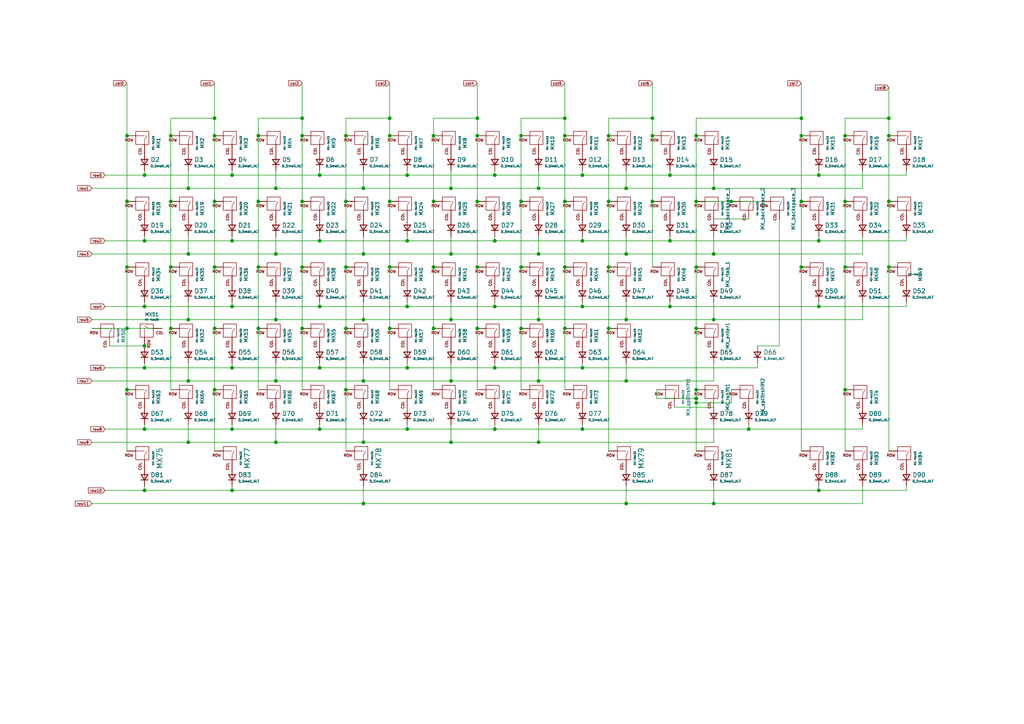
<source format=kicad_sch>
(kicad_sch (version 20230121) (generator eeschema)
  (paper "A4")
  (junction (at 232.41 34.29))
  (junction (at 143.51 88.9))
  (junction (at 36.83 77.47))
  (junction (at 41.91 88.9))
  (junction (at 245.11 77.47))
  (junction (at 207.01 92.71))
  (junction (at 62.23 113.03))
  (junction (at 201.93 115.57))
  (junction (at 130.81 92.71))
  (junction (at 201.93 113.03))
  (junction (at 67.31 124.46))
  (junction (at 156.21 92.71))
  (junction (at 41.91 100.33))
  (junction (at 54.61 73.66))
  (junction (at 62.23 77.47))
  (junction (at 41.91 124.46))
  (junction (at 80.01 128.27))
  (junction (at 168.91 88.9))
  (junction (at 36.83 39.37))
  (junction (at 113.03 58.42))
  (junction (at 74.93 95.25))
  (junction (at 92.71 50.8))
  (junction (at 201.93 116.84))
  (junction (at 257.81 58.42))
  (junction (at 100.33 77.47))
  (junction (at 105.41 110.49))
  (junction (at 92.71 124.46))
  (junction (at 156.21 128.27))
  (junction (at 118.11 69.85))
  (junction (at 194.31 69.85))
  (junction (at 105.41 73.66))
  (junction (at 130.81 73.66))
  (junction (at 156.21 110.49))
  (junction (at 232.41 77.47))
  (junction (at 41.91 106.68))
  (junction (at 41.91 142.24))
  (junction (at 100.33 39.37))
  (junction (at 163.83 39.37))
  (junction (at 105.41 146.05))
  (junction (at 67.31 50.8))
  (junction (at 100.33 58.42))
  (junction (at 87.63 39.37))
  (junction (at 138.43 58.42))
  (junction (at 143.51 106.68))
  (junction (at 151.13 39.37))
  (junction (at 130.81 54.61))
  (junction (at 80.01 92.71))
  (junction (at 176.53 95.25))
  (junction (at 257.81 39.37))
  (junction (at 62.23 95.25))
  (junction (at 36.83 113.03))
  (junction (at 87.63 58.42))
  (junction (at 207.01 54.61))
  (junction (at 49.53 95.25))
  (junction (at 257.81 34.29))
  (junction (at 87.63 77.47))
  (junction (at 138.43 39.37))
  (junction (at 163.83 34.29))
  (junction (at 168.91 106.68))
  (junction (at 217.17 124.46))
  (junction (at 54.61 128.27))
  (junction (at 87.63 95.25))
  (junction (at 237.49 142.24))
  (junction (at 181.61 110.49))
  (junction (at 113.03 95.25))
  (junction (at 194.31 88.9))
  (junction (at 113.03 34.29))
  (junction (at 118.11 106.68))
  (junction (at 163.83 58.42))
  (junction (at 118.11 88.9))
  (junction (at 232.41 58.42))
  (junction (at 100.33 113.03))
  (junction (at 245.11 58.42))
  (junction (at 36.83 58.42))
  (junction (at 189.23 34.29))
  (junction (at 207.01 73.66))
  (junction (at 105.41 54.61))
  (junction (at 125.73 58.42))
  (junction (at 67.31 88.9))
  (junction (at 130.81 110.49))
  (junction (at 67.31 142.24))
  (junction (at 62.23 58.42))
  (junction (at 92.71 69.85))
  (junction (at 130.81 128.27))
  (junction (at 36.83 95.25))
  (junction (at 176.53 58.42))
  (junction (at 49.53 39.37))
  (junction (at 181.61 146.05))
  (junction (at 163.83 95.25))
  (junction (at 41.91 69.85))
  (junction (at 201.93 58.42))
  (junction (at 237.49 88.9))
  (junction (at 168.91 124.46))
  (junction (at 74.93 77.47))
  (junction (at 113.03 39.37))
  (junction (at 138.43 95.25))
  (junction (at 80.01 73.66))
  (junction (at 163.83 77.47))
  (junction (at 201.93 39.37))
  (junction (at 212.09 58.42))
  (junction (at 245.11 113.03))
  (junction (at 74.93 58.42))
  (junction (at 189.23 58.42))
  (junction (at 143.51 69.85))
  (junction (at 168.91 69.85))
  (junction (at 41.91 50.8))
  (junction (at 100.33 95.25))
  (junction (at 54.61 110.49))
  (junction (at 181.61 73.66))
  (junction (at 118.11 124.46))
  (junction (at 156.21 54.61))
  (junction (at 194.31 50.8))
  (junction (at 49.53 77.47))
  (junction (at 156.21 73.66))
  (junction (at 245.11 39.37))
  (junction (at 232.41 39.37))
  (junction (at 62.23 34.29))
  (junction (at 151.13 58.42))
  (junction (at 54.61 92.71))
  (junction (at 176.53 77.47))
  (junction (at 207.01 146.05))
  (junction (at 125.73 39.37))
  (junction (at 181.61 54.61))
  (junction (at 92.71 106.68))
  (junction (at 143.51 124.46))
  (junction (at 87.63 34.29))
  (junction (at 80.01 110.49))
  (junction (at 151.13 95.25))
  (junction (at 189.23 39.37))
  (junction (at 80.01 54.61))
  (junction (at 74.93 39.37))
  (junction (at 105.41 128.27))
  (junction (at 118.11 50.8))
  (junction (at 125.73 77.47))
  (junction (at 62.23 39.37))
  (junction (at 237.49 50.8))
  (junction (at 176.53 39.37))
  (junction (at 138.43 77.47))
  (junction (at 201.93 77.47))
  (junction (at 54.61 54.61))
  (junction (at 67.31 69.85))
  (junction (at 151.13 77.47))
  (junction (at 67.31 106.68))
  (junction (at 138.43 34.29))
  (junction (at 181.61 92.71))
  (junction (at 125.73 95.25))
  (junction (at 168.91 50.8))
  (junction (at 201.93 95.25))
  (junction (at 237.49 69.85))
  (junction (at 105.41 92.71))
  (junction (at 49.53 58.42))
  (junction (at 92.71 88.9))
  (junction (at 143.51 50.8))
  (junction (at 257.81 77.47))
  (junction (at 113.03 77.47))
  (wire (pts (xy 49.53 113.03) (xy 49.53 95.25)))
  (wire (pts (xy 87.63 95.25) (xy 87.63 113.03)))
  (wire (pts (xy 168.91 105.41) (xy 168.91 106.68)))
  (wire (pts (xy 54.61 105.41) (xy 54.61 110.49)))
  (wire (pts (xy 118.11 88.9) (xy 118.11 87.63)))
  (wire (pts (xy 151.13 39.37) (xy 151.13 34.29)))
  (wire (pts (xy 118.11 69.85) (xy 118.11 68.58)))
  (wire (pts (xy 100.33 58.42) (xy 100.33 39.37)))
  (wire (pts (xy 237.49 49.53) (xy 237.49 50.8)))
  (wire (pts (xy 54.61 49.53) (xy 54.61 54.61)))
  (wire (pts (xy 74.93 113.03) (xy 74.93 95.25)))
  (wire (pts (xy 168.91 49.53) (xy 168.91 50.8)))
  (wire (pts (xy 181.61 105.41) (xy 181.61 110.49)))
  (wire (pts (xy 54.61 128.27) (xy 54.61 123.19)))
  (wire (pts (xy 143.51 88.9) (xy 168.91 88.9)))
  (wire (pts (xy 100.33 130.81) (xy 100.33 113.03)))
  (wire (pts (xy 118.11 106.68) (xy 143.51 106.68)))
  (wire (pts (xy 67.31 124.46) (xy 67.31 123.19)))
  (wire (pts (xy 36.83 95.25) (xy 46.99 95.25)))
  (wire (pts (xy 156.21 123.19) (xy 156.21 128.27)))
  (wire (pts (xy 100.33 39.37) (xy 100.33 34.29)))
  (wire (pts (xy 181.61 110.49) (xy 156.21 110.49)))
  (wire (pts (xy 212.09 113.03) (xy 212.09 116.84)))
  (wire (pts (xy 62.23 24.13) (xy 62.23 34.29)))
  (wire (pts (xy 105.41 73.66) (xy 105.41 68.58)))
  (wire (pts (xy 220.98 58.42) (xy 212.09 58.42)))
  (wire (pts (xy 67.31 142.24) (xy 237.49 142.24)))
  (wire (pts (xy 194.31 88.9) (xy 237.49 88.9)))
  (wire (pts (xy 92.71 69.85) (xy 118.11 69.85)))
  (wire (pts (xy 262.89 49.53) (xy 262.89 50.8)))
  (wire (pts (xy 156.21 73.66) (xy 181.61 73.66)))
  (wire (pts (xy 118.11 124.46) (xy 118.11 123.19)))
  (wire (pts (xy 125.73 95.25) (xy 125.73 77.47)))
  (wire (pts (xy 130.81 110.49) (xy 105.41 110.49)))
  (wire (pts (xy 207.01 54.61) (xy 250.19 54.61)))
  (wire (pts (xy 26.67 128.27) (xy 54.61 128.27)))
  (wire (pts (xy 195.58 118.11) (xy 207.01 118.11)))
  (wire (pts (xy 138.43 95.25) (xy 138.43 113.03)))
  (wire (pts (xy 105.41 54.61) (xy 130.81 54.61)))
  (wire (pts (xy 156.21 87.63) (xy 156.21 92.71)))
  (wire (pts (xy 181.61 54.61) (xy 207.01 54.61)))
  (wire (pts (xy 232.41 77.47) (xy 232.41 130.81)))
  (wire (pts (xy 30.48 142.24) (xy 41.91 142.24)))
  (wire (pts (xy 168.91 106.68) (xy 143.51 106.68)))
  (wire (pts (xy 67.31 88.9) (xy 67.31 87.63)))
  (wire (pts (xy 163.83 24.13) (xy 163.83 34.29)))
  (wire (pts (xy 237.49 88.9) (xy 262.89 88.9)))
  (wire (pts (xy 176.53 39.37) (xy 176.53 34.29)))
  (wire (pts (xy 87.63 58.42) (xy 87.63 77.47)))
  (wire (pts (xy 67.31 106.68) (xy 92.71 106.68)))
  (wire (pts (xy 41.91 69.85) (xy 67.31 69.85)))
  (wire (pts (xy 62.23 113.03) (xy 62.23 130.81)))
  (wire (pts (xy 49.53 77.47) (xy 49.53 58.42)))
  (wire (pts (xy 189.23 39.37) (xy 189.23 58.42)))
  (wire (pts (xy 163.83 39.37) (xy 163.83 58.42)))
  (wire (pts (xy 138.43 77.47) (xy 138.43 95.25)))
  (wire (pts (xy 163.83 95.25) (xy 163.83 113.03)))
  (wire (pts (xy 67.31 88.9) (xy 92.71 88.9)))
  (wire (pts (xy 54.61 92.71) (xy 54.61 87.63)))
  (wire (pts (xy 26.67 146.05) (xy 105.41 146.05)))
  (wire (pts (xy 36.83 77.47) (xy 36.83 95.25)))
  (wire (pts (xy 168.91 69.85) (xy 194.31 69.85)))
  (wire (pts (xy 30.48 50.8) (xy 41.91 50.8)))
  (wire (pts (xy 105.41 128.27) (xy 130.81 128.27)))
  (wire (pts (xy 245.11 113.03) (xy 245.11 77.47)))
  (wire (pts (xy 262.89 142.24) (xy 237.49 142.24)))
  (wire (pts (xy 207.01 105.41) (xy 207.01 110.49)))
  (wire (pts (xy 125.73 77.47) (xy 125.73 58.42)))
  (wire (pts (xy 201.93 34.29) (xy 232.41 34.29)))
  (wire (pts (xy 41.91 142.24) (xy 67.31 142.24)))
  (wire (pts (xy 250.19 146.05) (xy 207.01 146.05)))
  (wire (pts (xy 26.67 92.71) (xy 54.61 92.71)))
  (wire (pts (xy 92.71 106.68) (xy 92.71 105.41)))
  (wire (pts (xy 181.61 73.66) (xy 207.01 73.66)))
  (wire (pts (xy 67.31 50.8) (xy 92.71 50.8)))
  (wire (pts (xy 232.41 58.42) (xy 232.41 77.47)))
  (wire (pts (xy 130.81 128.27) (xy 130.81 123.19)))
  (wire (pts (xy 163.83 77.47) (xy 163.83 95.25)))
  (wire (pts (xy 151.13 113.03) (xy 151.13 95.25)))
  (wire (pts (xy 201.93 95.25) (xy 201.93 77.47)))
  (wire (pts (xy 156.21 54.61) (xy 156.21 49.53)))
  (wire (pts (xy 67.31 142.24) (xy 67.31 140.97)))
  (wire (pts (xy 74.93 95.25) (xy 74.93 77.47)))
  (wire (pts (xy 207.01 110.49) (xy 181.61 110.49)))
  (wire (pts (xy 156.21 92.71) (xy 130.81 92.71)))
  (wire (pts (xy 92.71 69.85) (xy 67.31 69.85)))
  (wire (pts (xy 194.31 69.85) (xy 194.31 68.58)))
  (wire (pts (xy 201.93 116.84) (xy 201.93 130.81)))
  (wire (pts (xy 105.41 146.05) (xy 181.61 146.05)))
  (wire (pts (xy 181.61 54.61) (xy 181.61 49.53)))
  (wire (pts (xy 105.41 54.61) (xy 105.41 49.53)))
  (wire (pts (xy 113.03 34.29) (xy 113.03 39.37)))
  (wire (pts (xy 201.93 58.42) (xy 201.93 39.37)))
  (wire (pts (xy 100.33 34.29) (xy 113.03 34.29)))
  (wire (pts (xy 212.09 58.42) (xy 201.93 58.42)))
  (wire (pts (xy 168.91 106.68) (xy 219.71 106.68)))
  (wire (pts (xy 226.06 100.33) (xy 219.71 100.33)))
  (wire (pts (xy 156.21 73.66) (xy 156.21 68.58)))
  (wire (pts (xy 237.49 50.8) (xy 194.31 50.8)))
  (wire (pts (xy 156.21 54.61) (xy 181.61 54.61)))
  (wire (pts (xy 194.31 69.85) (xy 237.49 69.85)))
  (wire (pts (xy 151.13 58.42) (xy 151.13 39.37)))
  (wire (pts (xy 207.01 73.66) (xy 207.01 68.58)))
  (wire (pts (xy 80.01 128.27) (xy 105.41 128.27)))
  (wire (pts (xy 62.23 77.47) (xy 62.23 95.25)))
  (wire (pts (xy 168.91 124.46) (xy 217.17 124.46)))
  (wire (pts (xy 30.48 88.9) (xy 41.91 88.9)))
  (wire (pts (xy 49.53 58.42) (xy 49.53 39.37)))
  (wire (pts (xy 250.19 92.71) (xy 207.01 92.71)))
  (wire (pts (xy 130.81 92.71) (xy 130.81 87.63)))
  (wire (pts (xy 189.23 24.13) (xy 189.23 34.29)))
  (wire (pts (xy 130.81 54.61) (xy 130.81 49.53)))
  (wire (pts (xy 118.11 124.46) (xy 143.51 124.46)))
  (wire (pts (xy 201.93 39.37) (xy 201.93 34.29)))
  (wire (pts (xy 250.19 54.61) (xy 250.19 49.53)))
  (wire (pts (xy 92.71 106.68) (xy 118.11 106.68)))
  (wire (pts (xy 232.41 24.13) (xy 232.41 34.29)))
  (wire (pts (xy 176.53 58.42) (xy 176.53 39.37)))
  (wire (pts (xy 49.53 34.29) (xy 62.23 34.29)))
  (wire (pts (xy 100.33 95.25) (xy 100.33 77.47)))
  (wire (pts (xy 207.01 128.27) (xy 156.21 128.27)))
  (wire (pts (xy 201.93 115.57) (xy 201.93 116.84)))
  (wire (pts (xy 36.83 95.25) (xy 36.83 113.03)))
  (wire (pts (xy 125.73 39.37) (xy 125.73 34.29)))
  (wire (pts (xy 245.11 77.47) (xy 245.11 58.42)))
  (wire (pts (xy 143.51 88.9) (xy 143.51 87.63)))
  (wire (pts (xy 87.63 24.13) (xy 87.63 34.29)))
  (wire (pts (xy 143.51 49.53) (xy 143.51 50.8)))
  (wire (pts (xy 80.01 54.61) (xy 105.41 54.61)))
  (wire (pts (xy 62.23 95.25) (xy 62.23 113.03)))
  (wire (pts (xy 113.03 39.37) (xy 113.03 58.42)))
  (wire (pts (xy 130.81 73.66) (xy 130.81 68.58)))
  (wire (pts (xy 113.03 77.47) (xy 113.03 95.25)))
  (wire (pts (xy 168.91 124.46) (xy 168.91 123.19)))
  (wire (pts (xy 67.31 106.68) (xy 67.31 105.41)))
  (wire (pts (xy 232.41 34.29) (xy 232.41 39.37)))
  (wire (pts (xy 237.49 69.85) (xy 262.89 69.85)))
  (wire (pts (xy 212.09 116.84) (xy 201.93 116.84)))
  (wire (pts (xy 250.19 73.66) (xy 250.19 68.58)))
  (wire (pts (xy 237.49 140.97) (xy 237.49 142.24)))
  (wire (pts (xy 125.73 34.29) (xy 138.43 34.29)))
  (wire (pts (xy 36.83 39.37) (xy 36.83 58.42)))
  (wire (pts (xy 245.11 34.29) (xy 257.81 34.29)))
  (wire (pts (xy 31.75 100.33) (xy 41.91 100.33)))
  (wire (pts (xy 62.23 34.29) (xy 62.23 39.37)))
  (wire (pts (xy 41.91 88.9) (xy 67.31 88.9)))
  (wire (pts (xy 245.11 130.81) (xy 245.11 113.03)))
  (wire (pts (xy 30.48 69.85) (xy 41.91 69.85)))
  (wire (pts (xy 201.93 77.47) (xy 201.93 58.42)))
  (wire (pts (xy 80.01 105.41) (xy 80.01 110.49)))
  (wire (pts (xy 163.83 34.29) (xy 163.83 39.37)))
  (wire (pts (xy 105.41 105.41) (xy 105.41 110.49)))
  (wire (pts (xy 143.51 69.85) (xy 143.51 68.58)))
  (wire (pts (xy 217.17 123.19) (xy 217.17 124.46)))
  (wire (pts (xy 207.01 87.63) (xy 207.01 92.71)))
  (wire (pts (xy 36.83 58.42) (xy 36.83 77.47)))
  (wire (pts (xy 80.01 110.49) (xy 54.61 110.49)))
  (wire (pts (xy 168.91 69.85) (xy 168.91 68.58)))
  (wire (pts (xy 245.11 39.37) (xy 245.11 34.29)))
  (wire (pts (xy 219.71 106.68) (xy 219.71 105.41)))
  (wire (pts (xy 250.19 124.46) (xy 250.19 123.19)))
  (wire (pts (xy 74.93 58.42) (xy 74.93 39.37)))
  (wire (pts (xy 105.41 110.49) (xy 80.01 110.49)))
  (wire (pts (xy 207.01 146.05) (xy 181.61 146.05)))
  (wire (pts (xy 176.53 130.81) (xy 176.53 95.25)))
  (wire (pts (xy 138.43 24.13) (xy 138.43 34.29)))
  (wire (pts (xy 190.5 115.57) (xy 201.93 115.57)))
  (wire (pts (xy 138.43 39.37) (xy 138.43 58.42)))
  (wire (pts (xy 92.71 50.8) (xy 92.71 49.53)))
  (wire (pts (xy 118.11 106.68) (xy 118.11 105.41)))
  (wire (pts (xy 257.81 39.37) (xy 257.81 58.42)))
  (wire (pts (xy 113.03 58.42) (xy 113.03 77.47)))
  (wire (pts (xy 41.91 106.68) (xy 41.91 105.41)))
  (wire (pts (xy 105.41 92.71) (xy 130.81 92.71)))
  (wire (pts (xy 143.51 124.46) (xy 168.91 124.46)))
  (wire (pts (xy 92.71 124.46) (xy 92.71 123.19)))
  (wire (pts (xy 262.89 50.8) (xy 237.49 50.8)))
  (wire (pts (xy 143.51 124.46) (xy 143.51 123.19)))
  (wire (pts (xy 207.01 140.97) (xy 207.01 146.05)))
  (wire (pts (xy 130.81 73.66) (xy 156.21 73.66)))
  (wire (pts (xy 80.01 128.27) (xy 80.01 123.19)))
  (wire (pts (xy 138.43 34.29) (xy 138.43 39.37)))
  (wire (pts (xy 189.23 58.42) (xy 189.23 77.47)))
  (wire (pts (xy 105.41 146.05) (xy 105.41 140.97)))
  (wire (pts (xy 54.61 92.71) (xy 80.01 92.71)))
  (wire (pts (xy 100.33 77.47) (xy 100.33 58.42)))
  (wire (pts (xy 143.51 69.85) (xy 168.91 69.85)))
  (wire (pts (xy 257.81 58.42) (xy 257.81 77.47)))
  (wire (pts (xy 189.23 34.29) (xy 189.23 39.37)))
  (wire (pts (xy 92.71 88.9) (xy 118.11 88.9)))
  (wire (pts (xy 105.41 73.66) (xy 130.81 73.66)))
  (wire (pts (xy 80.01 73.66) (xy 105.41 73.66)))
  (wire (pts (xy 176.53 95.25) (xy 176.53 77.47)))
  (wire (pts (xy 30.48 124.46) (xy 41.91 124.46)))
  (wire (pts (xy 190.5 113.03) (xy 190.5 115.57)))
  (wire (pts (xy 125.73 58.42) (xy 125.73 39.37)))
  (wire (pts (xy 113.03 24.13) (xy 113.03 34.29)))
  (wire (pts (xy 151.13 95.25) (xy 151.13 77.47)))
  (wire (pts (xy 92.71 124.46) (xy 118.11 124.46)))
  (wire (pts (xy 168.91 88.9) (xy 168.91 87.63)))
  (wire (pts (xy 80.01 54.61) (xy 80.01 49.53)))
  (wire (pts (xy 92.71 88.9) (xy 92.71 87.63)))
  (wire (pts (xy 26.67 73.66) (xy 54.61 73.66)))
  (wire (pts (xy 74.93 77.47) (xy 74.93 58.42)))
  (wire (pts (xy 156.21 110.49) (xy 130.81 110.49)))
  (wire (pts (xy 41.91 106.68) (xy 67.31 106.68)))
  (wire (pts (xy 118.11 88.9) (xy 143.51 88.9)))
  (wire (pts (xy 207.01 54.61) (xy 207.01 49.53)))
  (wire (pts (xy 143.51 106.68) (xy 143.51 105.41)))
  (wire (pts (xy 54.61 110.49) (xy 26.67 110.49)))
  (wire (pts (xy 226.06 63.5) (xy 226.06 100.33)))
  (wire (pts (xy 168.91 50.8) (xy 143.51 50.8)))
  (wire (pts (xy 54.61 54.61) (xy 80.01 54.61)))
  (wire (pts (xy 30.48 106.68) (xy 41.91 106.68)))
  (wire (pts (xy 100.33 113.03) (xy 100.33 95.25)))
  (wire (pts (xy 74.93 39.37) (xy 74.93 34.29)))
  (wire (pts (xy 194.31 49.53) (xy 194.31 50.8)))
  (wire (pts (xy 80.01 92.71) (xy 80.01 87.63)))
  (wire (pts (xy 232.41 39.37) (xy 232.41 58.42)))
  (wire (pts (xy 36.83 113.03) (xy 36.83 130.81)))
  (wire (pts (xy 54.61 73.66) (xy 80.01 73.66)))
  (wire (pts (xy 201.93 113.03) (xy 201.93 115.57)))
  (wire (pts (xy 36.83 24.13) (xy 36.83 39.37)))
  (wire (pts (xy 92.71 50.8) (xy 118.11 50.8)))
  (wire (pts (xy 130.81 54.61) (xy 156.21 54.61)))
  (wire (pts (xy 62.23 39.37) (xy 62.23 58.42)))
  (wire (pts (xy 143.51 50.8) (xy 118.11 50.8)))
  (wire (pts (xy 257.81 25.4) (xy 257.81 34.29)))
  (wire (pts (xy 176.53 77.47) (xy 176.53 58.42)))
  (wire (pts (xy 41.91 124.46) (xy 67.31 124.46)))
  (wire (pts (xy 207.01 92.71) (xy 181.61 92.71)))
  (wire (pts (xy 41.91 69.85) (xy 41.91 68.58)))
  (wire (pts (xy 262.89 69.85) (xy 262.89 68.58)))
  (wire (pts (xy 156.21 105.41) (xy 156.21 110.49)))
  (wire (pts (xy 181.61 140.97) (xy 181.61 146.05)))
  (wire (pts (xy 105.41 92.71) (xy 105.41 87.63)))
  (wire (pts (xy 257.81 34.29) (xy 257.81 39.37)))
  (wire (pts (xy 67.31 124.46) (xy 92.71 124.46)))
  (wire (pts (xy 181.61 73.66) (xy 181.61 68.58)))
  (wire (pts (xy 118.11 69.85) (xy 143.51 69.85)))
  (wire (pts (xy 237.49 88.9) (xy 237.49 87.63)))
  (wire (pts (xy 250.19 140.97) (xy 250.19 146.05)))
  (wire (pts (xy 41.91 142.24) (xy 41.91 140.97)))
  (wire (pts (xy 151.13 34.29) (xy 163.83 34.29)))
  (wire (pts (xy 207.01 73.66) (xy 250.19 73.66)))
  (wire (pts (xy 237.49 69.85) (xy 237.49 68.58)))
  (wire (pts (xy 49.53 39.37) (xy 49.53 34.29)))
  (wire (pts (xy 62.23 58.42) (xy 62.23 77.47)))
  (wire (pts (xy 26.67 95.25) (xy 36.83 95.25)))
  (wire (pts (xy 257.81 77.47) (xy 257.81 130.81)))
  (wire (pts (xy 250.19 87.63) (xy 250.19 92.71)))
  (wire (pts (xy 41.91 50.8) (xy 67.31 50.8)))
  (wire (pts (xy 181.61 87.63) (xy 181.61 92.71)))
  (wire (pts (xy 41.91 88.9) (xy 41.91 87.63)))
  (wire (pts (xy 201.93 113.03) (xy 201.93 95.25)))
  (wire (pts (xy 54.61 54.61) (xy 26.67 54.61)))
  (wire (pts (xy 156.21 128.27) (xy 130.81 128.27)))
  (wire (pts (xy 262.89 140.97) (xy 262.89 142.24)))
  (wire (pts (xy 41.91 124.46) (xy 41.91 123.19)))
  (wire (pts (xy 176.53 34.29) (xy 189.23 34.29)))
  (wire (pts (xy 113.03 95.25) (xy 113.03 113.03)))
  (wire (pts (xy 151.13 77.47) (xy 151.13 58.42)))
  (wire (pts (xy 54.61 128.27) (xy 80.01 128.27)))
  (wire (pts (xy 49.53 95.25) (xy 49.53 77.47)))
  (wire (pts (xy 80.01 92.71) (xy 105.41 92.71)))
  (wire (pts (xy 138.43 58.42) (xy 138.43 77.47)))
  (wire (pts (xy 262.89 88.9) (xy 262.89 87.63)))
  (wire (pts (xy 245.11 58.42) (xy 245.11 39.37)))
  (wire (pts (xy 87.63 39.37) (xy 87.63 58.42)))
  (wire (pts (xy 130.81 105.41) (xy 130.81 110.49)))
  (wire (pts (xy 194.31 50.8) (xy 168.91 50.8)))
  (wire (pts (xy 118.11 49.53) (xy 118.11 50.8)))
  (wire (pts (xy 181.61 92.71) (xy 156.21 92.71)))
  (wire (pts (xy 105.41 128.27) (xy 105.41 123.19)))
  (wire (pts (xy 217.17 63.5) (xy 207.01 63.5)))
  (wire (pts (xy 125.73 113.03) (xy 125.73 95.25)))
  (wire (pts (xy 207.01 123.19) (xy 207.01 128.27)))
  (wire (pts (xy 194.31 88.9) (xy 194.31 87.63)))
  (wire (pts (xy 168.91 88.9) (xy 194.31 88.9)))
  (wire (pts (xy 74.93 34.29) (xy 87.63 34.29)))
  (wire (pts (xy 87.63 77.47) (xy 87.63 95.25)))
  (wire (pts (xy 67.31 69.85) (xy 67.31 68.58)))
  (wire (pts (xy 163.83 58.42) (xy 163.83 77.47)))
  (wire (pts (xy 41.91 50.8) (xy 41.91 49.53)))
  (wire (pts (xy 67.31 50.8) (xy 67.31 49.53)))
  (wire (pts (xy 92.71 68.58) (xy 92.71 69.85)))
  (wire (pts (xy 217.17 124.46) (xy 250.19 124.46)))
  (wire (pts (xy 87.63 34.29) (xy 87.63 39.37)))
  (wire (pts (xy 80.01 73.66) (xy 80.01 68.58)))
  (wire (pts (xy 54.61 73.66) (xy 54.61 68.58)))
  (global_label "row9" (shape input) (at 26.67 128.27 180) (effects (font (size 0.762 0.762))) (property "Intersheetrefs" "${INTERSHEET_REFS}" (effects hide)))
  (global_label "col7" (shape input) (at 232.41 24.13 180) (effects (font (size 0.762 0.762))) (property "Intersheetrefs" "${INTERSHEET_REFS}" (effects hide)))
  (global_label "row10" (shape input) (at 30.48 142.24 180) (effects (font (size 0.762 0.762))) (property "Intersheetrefs" "${INTERSHEET_REFS}" (effects hide)))
  (global_label "col5" (shape input) (at 163.83 24.13 180) (effects (font (size 0.762 0.762))) (property "Intersheetrefs" "${INTERSHEET_REFS}" (effects hide)))
  (global_label "row7" (shape input) (at 26.67 110.49 180) (effects (font (size 0.762 0.762))) (property "Intersheetrefs" "${INTERSHEET_REFS}" (effects hide)))
  (global_label "row11" (shape input) (at 26.67 146.05 180) (effects (font (size 0.762 0.762))) (property "Intersheetrefs" "${INTERSHEET_REFS}" (effects hide)))
  (global_label "row2" (shape input) (at 30.48 69.85 180) (effects (font (size 0.762 0.762))) (property "Intersheetrefs" "${INTERSHEET_REFS}" (effects hide)))
  (global_label "col0" (shape input) (at 36.83 24.13 180) (effects (font (size 0.762 0.762))) (property "Intersheetrefs" "${INTERSHEET_REFS}" (effects hide)))
  (global_label "col6" (shape input) (at 189.23 24.13 180) (effects (font (size 0.762 0.762))) (property "Intersheetrefs" "${INTERSHEET_REFS}" (effects hide)))
  (global_label "col8" (shape input) (at 257.81 25.4 180) (effects (font (size 0.762 0.762))) (property "Intersheetrefs" "${INTERSHEET_REFS}" (effects hide)))
  (global_label "row8" (shape input) (at 30.48 124.46 180) (effects (font (size 0.762 0.762))) (property "Intersheetrefs" "${INTERSHEET_REFS}" (effects hide)))
  (global_label "row6" (shape input) (at 30.48 106.68 180) (effects (font (size 0.762 0.762))) (property "Intersheetrefs" "${INTERSHEET_REFS}" (effects hide)))
  (global_label "row5" (shape input) (at 26.67 92.71 180) (effects (font (size 0.762 0.762))) (property "Intersheetrefs" "${INTERSHEET_REFS}" (effects hide)))
  (global_label "col1" (shape input) (at 62.23 24.13 180) (effects (font (size 0.762 0.762))) (property "Intersheetrefs" "${INTERSHEET_REFS}" (effects hide)))
  (global_label "row3" (shape input) (at 26.67 73.66 180) (effects (font (size 0.762 0.762))) (property "Intersheetrefs" "${INTERSHEET_REFS}" (effects hide)))
  (global_label "row4" (shape input) (at 30.48 88.9 180) (effects (font (size 0.762 0.762))) (property "Intersheetrefs" "${INTERSHEET_REFS}" (effects hide)))
  (global_label "col2" (shape input) (at 87.63 24.13 180) (effects (font (size 0.762 0.762))) (property "Intersheetrefs" "${INTERSHEET_REFS}" (effects hide)))
  (global_label "row1" (shape input) (at 26.67 54.61 180) (effects (font (size 0.762 0.762))) (property "Intersheetrefs" "${INTERSHEET_REFS}" (effects hide)))
  (global_label "row0" (shape input) (at 30.48 50.8 180) (effects (font (size 0.762 0.762))) (property "Intersheetrefs" "${INTERSHEET_REFS}" (effects hide)))
  (global_label "col3" (shape input) (at 113.03 24.13 180) (effects (font (size 0.762 0.762))) (property "Intersheetrefs" "${INTERSHEET_REFS}" (effects hide)))
  (global_label "col4" (shape input) (at 138.43 24.13 180) (effects (font (size 0.762 0.762))) (property "Intersheetrefs" "${INTERSHEET_REFS}" (effects hide)))
  (symbol (lib_id "conceptpcb-rescue:MX-NoLED-mx") (at 104.14 132.08 270) (unit 1)
    (property "Reference" "MX78" (at 109.8042 132.9182 0) (effects (font (size 1.524 1.524))))
    (property "Value" "MX-NoLED" (at 107.9246 132.9182 0) (effects (font (size 0.508 0.508))))
    (property "Footprint" "bevin:MXOnly-7U-Hotswap-ReversedStabilizers" (effects hide))
  )
  (symbol (lib_id "conceptpcb-rescue:MX-NoLED-mx") (at 40.64 132.08 270) (unit 1)
    (property "Reference" "MX75" (at 46.3042 132.9182 0) (effects (font (size 1.524 1.524))))
    (property "Value" "MX-NoLED" (at 44.4246 132.9182 0) (effects (font (size 0.508 0.508))))
    (property "Footprint" "bevin:MXOnly-1.5U-Hotswap" (effects hide))
  )
  (symbol (lib_id "conceptpcb-rescue:MX-NoLED-mx") (at 40.64 40.64 270) (unit 1)
    (property "Reference" "MX1" (at 45.9486 41.4782 0) (effects (font (size 0.9906 0.9906))))
    (property "Value" "MX-NoLED" (at 44.45 41.4782 0) (effects (font (size 0.508 0.508))))
    (property "Footprint" "bevin:MXOnly-1U-Hotswap" (effects hide))
  )
  (symbol (lib_id "Device:D_Small") (at 41.91 46.99 90) (unit 1)
    (property "Reference" "D2" (at 43.6372 46.3042 90) (effects (justify right)))
    (property "Value" "D_Small_ALT" (at 43.6372 48.133 90) (effects (font (size 0.6604 0.6604)) (justify right)))
    (property "Footprint" "conceptpcb:D_SOD-123" (effects hide))
  )
  (symbol (lib_id "conceptpcb-rescue:MX-NoLED-mx") (at 53.34 40.64 270) (unit 1)
    (property "Reference" "MX2" (at 58.6486 41.4782 0) (effects (font (size 0.9906 0.9906))))
    (property "Value" "MX-NoLED" (at 57.15 41.4782 0) (effects (font (size 0.508 0.508))))
    (property "Footprint" "bevin:MXOnly-1U-Hotswap" (effects hide))
  )
  (symbol (lib_id "Device:D_Small") (at 54.61 46.99 90) (unit 1)
    (property "Reference" "D3" (at 56.3372 46.3042 90) (effects (justify right)))
    (property "Value" "D_Small_ALT" (at 56.3372 48.133 90) (effects (font (size 0.6604 0.6604)) (justify right)))
    (property "Footprint" "conceptpcb:D_SOD-123" (effects hide))
  )
  (symbol (lib_id "conceptpcb-rescue:MX-NoLED-mx") (at 66.04 40.64 270) (unit 1)
    (property "Reference" "MX3" (at 71.3486 41.4782 0) (effects (font (size 0.9906 0.9906))))
    (property "Value" "MX-NoLED" (at 69.85 41.4782 0) (effects (font (size 0.508 0.508))))
    (property "Footprint" "bevin:MXOnly-1U-Hotswap" (effects hide))
  )
  (symbol (lib_id "Device:D_Small") (at 67.31 46.99 90) (unit 1)
    (property "Reference" "D4" (at 69.0372 46.3042 90) (effects (justify right)))
    (property "Value" "D_Small_ALT" (at 69.0372 48.133 90) (effects (font (size 0.6604 0.6604)) (justify right)))
    (property "Footprint" "conceptpcb:D_SOD-123" (effects hide))
  )
  (symbol (lib_id "conceptpcb-rescue:MX-NoLED-mx") (at 78.74 40.64 270) (unit 1)
    (property "Reference" "MX4" (at 84.0486 41.4782 0) (effects (font (size 0.9906 0.9906))))
    (property "Value" "MX-NoLED" (at 82.55 41.4782 0) (effects (font (size 0.508 0.508))))
    (property "Footprint" "bevin:MXOnly-1U-Hotswap" (effects hide))
  )
  (symbol (lib_id "Device:D_Small") (at 80.01 46.99 90) (unit 1)
    (property "Reference" "D5" (at 81.7372 46.3042 90) (effects (justify right)))
    (property "Value" "D_Small_ALT" (at 81.7372 48.133 90) (effects (font (size 0.6604 0.6604)) (justify right)))
    (property "Footprint" "conceptpcb:D_SOD-123" (effects hide))
  )
  (symbol (lib_id "conceptpcb-rescue:MX-NoLED-mx") (at 91.44 40.64 270) (unit 1)
    (property "Reference" "MX5" (at 96.7486 41.4782 0) (effects (font (size 0.9906 0.9906))))
    (property "Value" "MX-NoLED" (at 95.25 41.4782 0) (effects (font (size 0.508 0.508))))
    (property "Footprint" "bevin:MXOnly-1U-Hotswap" (effects hide))
  )
  (symbol (lib_id "Device:D_Small") (at 92.71 46.99 90) (unit 1)
    (property "Reference" "D6" (at 94.4372 46.3042 90) (effects (justify right)))
    (property "Value" "D_Small_ALT" (at 94.4372 48.133 90) (effects (font (size 0.6604 0.6604)) (justify right)))
    (property "Footprint" "conceptpcb:D_SOD-123" (effects hide))
  )
  (symbol (lib_id "conceptpcb-rescue:MX-NoLED-mx") (at 104.14 40.64 270) (unit 1)
    (property "Reference" "MX6" (at 109.4486 41.4782 0) (effects (font (size 0.9906 0.9906))))
    (property "Value" "MX-NoLED" (at 107.95 41.4782 0) (effects (font (size 0.508 0.508))))
    (property "Footprint" "bevin:MXOnly-1U-Hotswap" (effects hide))
  )
  (symbol (lib_id "Device:D_Small") (at 105.41 46.99 90) (unit 1)
    (property "Reference" "D7" (at 107.1372 46.3042 90) (effects (justify right)))
    (property "Value" "D_Small_ALT" (at 107.1372 48.133 90) (effects (font (size 0.6604 0.6604)) (justify right)))
    (property "Footprint" "conceptpcb:D_SOD-123" (effects hide))
  )
  (symbol (lib_id "conceptpcb-rescue:MX-NoLED-mx") (at 116.84 40.64 270) (unit 1)
    (property "Reference" "MX7" (at 122.1486 41.4782 0) (effects (font (size 0.9906 0.9906))))
    (property "Value" "MX-NoLED" (at 120.65 41.4782 0) (effects (font (size 0.508 0.508))))
    (property "Footprint" "bevin:MXOnly-1U-Hotswap" (effects hide))
  )
  (symbol (lib_id "Device:D_Small") (at 118.11 46.99 90) (unit 1)
    (property "Reference" "D8" (at 119.8372 46.3042 90) (effects (justify right)))
    (property "Value" "D_Small_ALT" (at 119.8372 48.133 90) (effects (font (size 0.6604 0.6604)) (justify right)))
    (property "Footprint" "conceptpcb:D_SOD-123" (effects hide))
  )
  (symbol (lib_id "conceptpcb-rescue:MX-NoLED-mx") (at 129.54 40.64 270) (unit 1)
    (property "Reference" "MX8" (at 134.8486 41.4782 0) (effects (font (size 0.9906 0.9906))))
    (property "Value" "MX-NoLED" (at 133.35 41.4782 0) (effects (font (size 0.508 0.508))))
    (property "Footprint" "bevin:MXOnly-1U-Hotswap" (effects hide))
  )
  (symbol (lib_id "Device:D_Small") (at 130.81 46.99 90) (unit 1)
    (property "Reference" "D9" (at 132.5372 46.3042 90) (effects (justify right)))
    (property "Value" "D_Small_ALT" (at 132.5372 48.133 90) (effects (font (size 0.6604 0.6604)) (justify right)))
    (property "Footprint" "conceptpcb:D_SOD-123" (effects hide))
  )
  (symbol (lib_id "conceptpcb-rescue:MX-NoLED-mx") (at 142.24 40.64 270) (unit 1)
    (property "Reference" "MX9" (at 147.5486 41.4782 0) (effects (font (size 0.9906 0.9906))))
    (property "Value" "MX-NoLED" (at 146.05 41.4782 0) (effects (font (size 0.508 0.508))))
    (property "Footprint" "bevin:MXOnly-1U-Hotswap" (effects hide))
  )
  (symbol (lib_id "Device:D_Small") (at 143.51 46.99 90) (unit 1)
    (property "Reference" "D10" (at 145.2372 46.3042 90) (effects (justify right)))
    (property "Value" "D_Small_ALT" (at 145.2372 48.133 90) (effects (font (size 0.6604 0.6604)) (justify right)))
    (property "Footprint" "conceptpcb:D_SOD-123" (effects hide))
  )
  (symbol (lib_id "conceptpcb-rescue:MX-NoLED-mx") (at 154.94 40.64 270) (unit 1)
    (property "Reference" "MX10" (at 160.2486 41.4782 0) (effects (font (size 0.9906 0.9906))))
    (property "Value" "MX-NoLED" (at 158.75 41.4782 0) (effects (font (size 0.508 0.508))))
    (property "Footprint" "bevin:MXOnly-1U-Hotswap" (effects hide))
  )
  (symbol (lib_id "Device:D_Small") (at 156.21 46.99 90) (unit 1)
    (property "Reference" "D11" (at 157.9372 46.3042 90) (effects (justify right)))
    (property "Value" "D_Small_ALT" (at 157.9372 48.133 90) (effects (font (size 0.6604 0.6604)) (justify right)))
    (property "Footprint" "conceptpcb:D_SOD-123" (effects hide))
  )
  (symbol (lib_id "conceptpcb-rescue:MX-NoLED-mx") (at 167.64 40.64 270) (unit 1)
    (property "Reference" "MX11" (at 172.9486 41.4782 0) (effects (font (size 0.9906 0.9906))))
    (property "Value" "MX-NoLED" (at 171.45 41.4782 0) (effects (font (size 0.508 0.508))))
    (property "Footprint" "bevin:MXOnly-1U-Hotswap" (effects hide))
  )
  (symbol (lib_id "Device:D_Small") (at 168.91 46.99 90) (unit 1)
    (property "Reference" "D12" (at 170.6372 46.3042 90) (effects (justify right)))
    (property "Value" "D_Small_ALT" (at 170.6372 48.133 90) (effects (font (size 0.6604 0.6604)) (justify right)))
    (property "Footprint" "conceptpcb:D_SOD-123" (effects hide))
  )
  (symbol (lib_id "conceptpcb-rescue:MX-NoLED-mx") (at 180.34 40.64 270) (unit 1)
    (property "Reference" "MX12" (at 185.6486 41.4782 0) (effects (font (size 0.9906 0.9906))))
    (property "Value" "MX-NoLED" (at 184.15 41.4782 0) (effects (font (size 0.508 0.508))))
    (property "Footprint" "bevin:MXOnly-1U-Hotswap" (effects hide))
  )
  (symbol (lib_id "Device:D_Small") (at 181.61 46.99 90) (unit 1)
    (property "Reference" "D13" (at 183.3372 46.3042 90) (effects (justify right)))
    (property "Value" "D_Small_ALT" (at 183.3372 48.133 90) (effects (font (size 0.6604 0.6604)) (justify right)))
    (property "Footprint" "conceptpcb:D_SOD-123" (effects hide))
  )
  (symbol (lib_id "conceptpcb-rescue:MX-NoLED-mx") (at 193.04 40.64 270) (unit 1)
    (property "Reference" "MX13" (at 198.3486 41.4782 0) (effects (font (size 0.9906 0.9906))))
    (property "Value" "MX-NoLED" (at 196.85 41.4782 0) (effects (font (size 0.508 0.508))))
    (property "Footprint" "bevin:MXOnly-1U-Hotswap" (effects hide))
  )
  (symbol (lib_id "Device:D_Small") (at 194.31 46.99 90) (unit 1)
    (property "Reference" "D14" (at 196.0372 46.3042 90) (effects (justify right)))
    (property "Value" "D_Small_ALT" (at 196.0372 48.133 90) (effects (font (size 0.6604 0.6604)) (justify right)))
    (property "Footprint" "conceptpcb:D_SOD-123" (effects hide))
  )
  (symbol (lib_id "conceptpcb-rescue:MX-NoLED-mx") (at 236.22 40.64 270) (unit 1)
    (property "Reference" "MX15" (at 241.5286 41.4782 0) (effects (font (size 0.9906 0.9906))))
    (property "Value" "MX-NoLED" (at 240.03 41.4782 0) (effects (font (size 0.508 0.508))))
    (property "Footprint" "bevin:MXOnly-1U-Hotswap" (effects hide))
  )
  (symbol (lib_id "Device:D_Small") (at 237.49 46.99 90) (unit 1)
    (property "Reference" "D16" (at 239.2172 46.3042 90) (effects (justify right)))
    (property "Value" "D_Small_ALT" (at 239.2172 48.133 90) (effects (font (size 0.6604 0.6604)) (justify right)))
    (property "Footprint" "conceptpcb:D_SOD-123" (effects hide))
  )
  (symbol (lib_id "conceptpcb-rescue:MX-NoLED-mx") (at 248.92 40.64 270) (unit 1)
    (property "Reference" "MX16" (at 254.2286 41.4782 0) (effects (font (size 0.9906 0.9906))))
    (property "Value" "MX-NoLED" (at 252.73 41.4782 0) (effects (font (size 0.508 0.508))))
    (property "Footprint" "bevin:MXOnly-1U-Hotswap" (effects hide))
  )
  (symbol (lib_id "Device:D_Small") (at 250.19 46.99 90) (unit 1)
    (property "Reference" "D17" (at 251.9172 46.3042 90) (effects (justify right)))
    (property "Value" "D_Small_ALT" (at 251.9172 48.133 90) (effects (font (size 0.6604 0.6604)) (justify right)))
    (property "Footprint" "conceptpcb:D_SOD-123" (effects hide))
  )
  (symbol (lib_id "conceptpcb-rescue:MX-NoLED-mx") (at 261.62 40.64 270) (unit 1)
    (property "Reference" "MX17" (at 266.9286 41.4782 0) (effects (font (size 0.9906 0.9906))))
    (property "Value" "MX-NoLED" (at 265.43 41.4782 0) (effects (font (size 0.508 0.508))))
    (property "Footprint" "bevin:MXOnly-1U-Hotswap" (effects hide))
  )
  (symbol (lib_id "Device:D_Small") (at 262.89 46.99 90) (unit 1)
    (property "Reference" "D18" (at 264.6172 46.3042 90) (effects (justify right)))
    (property "Value" "D_Small_ALT" (at 264.6172 48.133 90) (effects (font (size 0.6604 0.6604)) (justify right)))
    (property "Footprint" "conceptpcb:D_SOD-123" (effects hide))
  )
  (symbol (lib_id "conceptpcb-rescue:MX-NoLED-mx") (at 66.04 132.08 270) (unit 1)
    (property "Reference" "MX77" (at 71.7042 132.9182 0) (effects (font (size 1.524 1.524))))
    (property "Value" "MX-NoLED" (at 69.8246 132.9182 0) (effects (font (size 0.508 0.508))))
    (property "Footprint" "bevin:MXOnly-1.5U-Hotswap" (effects hide))
  )
  (symbol (lib_id "conceptpcb-rescue:MX-NoLED-mx") (at 205.74 40.64 270) (unit 1)
    (property "Reference" "MX14" (at 211.0486 41.4782 0) (effects (font (size 0.9906 0.9906))))
    (property "Value" "MX-NoLED" (at 209.55 41.4782 0) (effects (font (size 0.508 0.508))))
    (property "Footprint" "bevin:MXOnly-1U-Hotswap" (effects hide))
  )
  (symbol (lib_id "Device:D_Small") (at 207.01 46.99 90) (unit 1)
    (property "Reference" "D15" (at 208.7372 46.3042 90) (effects (justify right)))
    (property "Value" "D_Small_ALT" (at 208.7372 48.133 90) (effects (font (size 0.6604 0.6604)) (justify right)))
    (property "Footprint" "conceptpcb:D_SOD-123" (effects hide))
  )
  (symbol (lib_id "conceptpcb-rescue:MX-NoLED-mx") (at 180.34 132.08 270) (unit 1)
    (property "Reference" "MX79" (at 186.0042 132.9182 0) (effects (font (size 1.524 1.524))))
    (property "Value" "MX-NoLED" (at 184.1246 132.9182 0) (effects (font (size 0.508 0.508))))
    (property "Footprint" "bevin:MXOnly-1.5U-Hotswap" (effects hide))
  )
  (symbol (lib_id "conceptpcb-rescue:MX-NoLED-mx") (at 205.74 132.08 270) (unit 1)
    (property "Reference" "MX81" (at 211.4042 132.9182 0) (effects (font (size 1.524 1.524))))
    (property "Value" "MX-NoLED" (at 209.5246 132.9182 0) (effects (font (size 0.508 0.508))))
    (property "Footprint" "bevin:MXOnly-1.5U-Hotswap" (effects hide))
  )
  (symbol (lib_id "conceptpcb-rescue:MX-NoLED-mx") (at 40.64 59.69 270) (unit 1)
    (property "Reference" "MX18" (at 45.9486 60.5282 0) (effects (font (size 0.9906 0.9906))))
    (property "Value" "MX-NoLED" (at 44.45 60.5282 0) (effects (font (size 0.508 0.508))))
    (property "Footprint" "bevin:MXOnly-1U-Hotswap" (effects hide))
  )
  (symbol (lib_id "Device:D_Small") (at 41.91 66.04 90) (unit 1)
    (property "Reference" "D19" (at 43.6372 65.3542 90) (effects (justify right)))
    (property "Value" "D_Small_ALT" (at 43.6372 67.183 90) (effects (font (size 0.6604 0.6604)) (justify right)))
    (property "Footprint" "conceptpcb:D_SOD-123" (effects hide))
  )
  (symbol (lib_id "conceptpcb-rescue:MX-NoLED-mx") (at 53.34 59.69 270) (unit 1)
    (property "Reference" "MX19" (at 58.6486 60.5282 0) (effects (font (size 0.9906 0.9906))))
    (property "Value" "MX-NoLED" (at 57.15 60.5282 0) (effects (font (size 0.508 0.508))))
    (property "Footprint" "bevin:MXOnly-1U-Hotswap" (effects hide))
  )
  (symbol (lib_id "Device:D_Small") (at 54.61 66.04 90) (unit 1)
    (property "Reference" "D20" (at 56.3372 65.3542 90) (effects (justify right)))
    (property "Value" "D_Small_ALT" (at 56.3372 67.183 90) (effects (font (size 0.6604 0.6604)) (justify right)))
    (property "Footprint" "conceptpcb:D_SOD-123" (effects hide))
  )
  (symbol (lib_id "conceptpcb-rescue:MX-NoLED-mx") (at 66.04 59.69 270) (unit 1)
    (property "Reference" "MX20" (at 71.3486 60.5282 0) (effects (font (size 0.9906 0.9906))))
    (property "Value" "MX-NoLED" (at 69.85 60.5282 0) (effects (font (size 0.508 0.508))))
    (property "Footprint" "bevin:MXOnly-1U-Hotswap" (effects hide))
  )
  (symbol (lib_id "Device:D_Small") (at 67.31 66.04 90) (unit 1)
    (property "Reference" "D21" (at 69.0372 65.3542 90) (effects (justify right)))
    (property "Value" "D_Small_ALT" (at 69.0372 67.183 90) (effects (font (size 0.6604 0.6604)) (justify right)))
    (property "Footprint" "conceptpcb:D_SOD-123" (effects hide))
  )
  (symbol (lib_id "conceptpcb-rescue:MX-NoLED-mx") (at 78.74 59.69 270) (unit 1)
    (property "Reference" "MX21" (at 84.0486 60.5282 0) (effects (font (size 0.9906 0.9906))))
    (property "Value" "MX-NoLED" (at 82.55 60.5282 0) (effects (font (size 0.508 0.508))))
    (property "Footprint" "bevin:MXOnly-1U-Hotswap" (effects hide))
  )
  (symbol (lib_id "Device:D_Small") (at 80.01 66.04 90) (unit 1)
    (property "Reference" "D22" (at 81.7372 65.3542 90) (effects (justify right)))
    (property "Value" "D_Small_ALT" (at 81.7372 67.183 90) (effects (font (size 0.6604 0.6604)) (justify right)))
    (property "Footprint" "conceptpcb:D_SOD-123" (effects hide))
  )
  (symbol (lib_id "conceptpcb-rescue:MX-NoLED-mx") (at 91.44 59.69 270) (unit 1)
    (property "Reference" "MX22" (at 96.7486 60.5282 0) (effects (font (size 0.9906 0.9906))))
    (property "Value" "MX-NoLED" (at 95.25 60.5282 0) (effects (font (size 0.508 0.508))))
    (property "Footprint" "bevin:MXOnly-1U-Hotswap" (effects hide))
  )
  (symbol (lib_id "Device:D_Small") (at 92.71 66.04 90) (unit 1)
    (property "Reference" "D23" (at 94.4372 65.3542 90) (effects (justify right)))
    (property "Value" "D_Small_ALT" (at 94.4372 67.183 90) (effects (font (size 0.6604 0.6604)) (justify right)))
    (property "Footprint" "conceptpcb:D_SOD-123" (effects hide))
  )
  (symbol (lib_id "conceptpcb-rescue:MX-NoLED-mx") (at 104.14 59.69 270) (unit 1)
    (property "Reference" "MX23" (at 109.4486 60.5282 0) (effects (font (size 0.9906 0.9906))))
    (property "Value" "MX-NoLED" (at 107.95 60.5282 0) (effects (font (size 0.508 0.508))))
    (property "Footprint" "bevin:MXOnly-1U-Hotswap" (effects hide))
  )
  (symbol (lib_id "Device:D_Small") (at 105.41 66.04 90) (unit 1)
    (property "Reference" "D24" (at 107.1372 65.3542 90) (effects (justify right)))
    (property "Value" "D_Small_ALT" (at 107.1372 67.183 90) (effects (font (size 0.6604 0.6604)) (justify right)))
    (property "Footprint" "conceptpcb:D_SOD-123" (effects hide))
  )
  (symbol (lib_id "conceptpcb-rescue:MX-NoLED-mx") (at 116.84 59.69 270) (unit 1)
    (property "Reference" "MX24" (at 122.1486 60.5282 0) (effects (font (size 0.9906 0.9906))))
    (property "Value" "MX-NoLED" (at 120.65 60.5282 0) (effects (font (size 0.508 0.508))))
    (property "Footprint" "bevin:MXOnly-1U-Hotswap" (effects hide))
  )
  (symbol (lib_id "Device:D_Small") (at 118.11 66.04 90) (unit 1)
    (property "Reference" "D25" (at 119.8372 65.3542 90) (effects (justify right)))
    (property "Value" "D_Small_ALT" (at 119.8372 67.183 90) (effects (font (size 0.6604 0.6604)) (justify right)))
    (property "Footprint" "conceptpcb:D_SOD-123" (effects hide))
  )
  (symbol (lib_id "conceptpcb-rescue:MX-NoLED-mx") (at 129.54 59.69 270) (unit 1)
    (property "Reference" "MX25" (at 134.8486 60.5282 0) (effects (font (size 0.9906 0.9906))))
    (property "Value" "MX-NoLED" (at 133.35 60.5282 0) (effects (font (size 0.508 0.508))))
    (property "Footprint" "bevin:MXOnly-1U-Hotswap" (effects hide))
  )
  (symbol (lib_id "Device:D_Small") (at 130.81 66.04 90) (unit 1)
    (property "Reference" "D26" (at 132.5372 65.3542 90) (effects (justify right)))
    (property "Value" "D_Small_ALT" (at 132.5372 67.183 90) (effects (font (size 0.6604 0.6604)) (justify right)))
    (property "Footprint" "conceptpcb:D_SOD-123" (effects hide))
  )
  (symbol (lib_id "conceptpcb-rescue:MX-NoLED-mx") (at 142.24 59.69 270) (unit 1)
    (property "Reference" "MX26" (at 147.5486 60.5282 0) (effects (font (size 0.9906 0.9906))))
    (property "Value" "MX-NoLED" (at 146.05 60.5282 0) (effects (font (size 0.508 0.508))))
    (property "Footprint" "bevin:MXOnly-1U-Hotswap" (effects hide))
  )
  (symbol (lib_id "Device:D_Small") (at 143.51 66.04 90) (unit 1)
    (property "Reference" "D27" (at 145.2372 65.3542 90) (effects (justify right)))
    (property "Value" "D_Small_ALT" (at 145.2372 67.183 90) (effects (font (size 0.6604 0.6604)) (justify right)))
    (property "Footprint" "conceptpcb:D_SOD-123" (effects hide))
  )
  (symbol (lib_id "conceptpcb-rescue:MX-NoLED-mx") (at 154.94 59.69 270) (unit 1)
    (property "Reference" "MX27" (at 160.2486 60.5282 0) (effects (font (size 0.9906 0.9906))))
    (property "Value" "MX-NoLED" (at 158.75 60.5282 0) (effects (font (size 0.508 0.508))))
    (property "Footprint" "bevin:MXOnly-1U-Hotswap" (effects hide))
  )
  (symbol (lib_id "Device:D_Small") (at 156.21 66.04 90) (unit 1)
    (property "Reference" "D28" (at 157.9372 65.3542 90) (effects (justify right)))
    (property "Value" "D_Small_ALT" (at 157.9372 67.183 90) (effects (font (size 0.6604 0.6604)) (justify right)))
    (property "Footprint" "conceptpcb:D_SOD-123" (effects hide))
  )
  (symbol (lib_id "conceptpcb-rescue:MX-NoLED-mx") (at 167.64 59.69 270) (unit 1)
    (property "Reference" "MX28" (at 172.9486 60.5282 0) (effects (font (size 0.9906 0.9906))))
    (property "Value" "MX-NoLED" (at 171.45 60.5282 0) (effects (font (size 0.508 0.508))))
    (property "Footprint" "bevin:MXOnly-1U-Hotswap" (effects hide))
  )
  (symbol (lib_id "Device:D_Small") (at 168.91 66.04 90) (unit 1)
    (property "Reference" "D29" (at 170.6372 65.3542 90) (effects (justify right)))
    (property "Value" "D_Small_ALT" (at 170.6372 67.183 90) (effects (font (size 0.6604 0.6604)) (justify right)))
    (property "Footprint" "conceptpcb:D_SOD-123" (effects hide))
  )
  (symbol (lib_id "conceptpcb-rescue:MX-NoLED-mx") (at 180.34 59.69 270) (unit 1)
    (property "Reference" "MX29" (at 185.6486 60.5282 0) (effects (font (size 0.9906 0.9906))))
    (property "Value" "MX-NoLED" (at 184.15 60.5282 0) (effects (font (size 0.508 0.508))))
    (property "Footprint" "bevin:MXOnly-1U-Hotswap" (effects hide))
  )
  (symbol (lib_id "Device:D_Small") (at 181.61 66.04 90) (unit 1)
    (property "Reference" "D30" (at 183.3372 65.3542 90) (effects (justify right)))
    (property "Value" "D_Small_ALT" (at 183.3372 67.183 90) (effects (font (size 0.6604 0.6604)) (justify right)))
    (property "Footprint" "conceptpcb:D_SOD-123" (effects hide))
  )
  (symbol (lib_id "conceptpcb-rescue:MX-NoLED-mx") (at 193.04 59.69 270) (unit 1)
    (property "Reference" "MX30" (at 198.3486 60.5282 0) (effects (font (size 0.9906 0.9906))))
    (property "Value" "MX-NoLED" (at 196.85 60.5282 0) (effects (font (size 0.508 0.508))))
    (property "Footprint" "bevin:MXOnly-1U-Hotswap" (effects hide))
  )
  (symbol (lib_id "Device:D_Small") (at 194.31 66.04 90) (unit 1)
    (property "Reference" "D31" (at 196.0372 65.3542 90) (effects (justify right)))
    (property "Value" "D_Small_ALT" (at 196.0372 67.183 90) (effects (font (size 0.6604 0.6604)) (justify right)))
    (property "Footprint" "conceptpcb:D_SOD-123" (effects hide))
  )
  (symbol (lib_id "conceptpcb-rescue:MX-NoLED-mx") (at 236.22 59.69 270) (unit 1)
    (property "Reference" "MX31" (at 241.5286 60.5282 0) (effects (font (size 0.9906 0.9906))))
    (property "Value" "MX-NoLED" (at 240.03 60.5282 0) (effects (font (size 0.508 0.508))))
    (property "Footprint" "bevin:MXOnly-1U-Hotswap" (effects hide))
  )
  (symbol (lib_id "Device:D_Small") (at 237.49 66.04 90) (unit 1)
    (property "Reference" "D33" (at 239.2172 65.3542 90) (effects (justify right)))
    (property "Value" "D_Small_ALT" (at 239.2172 67.183 90) (effects (font (size 0.6604 0.6604)) (justify right)))
    (property "Footprint" "conceptpcb:D_SOD-123" (effects hide))
  )
  (symbol (lib_id "conceptpcb-rescue:MX-NoLED-mx") (at 248.92 59.69 270) (unit 1)
    (property "Reference" "MX32" (at 254.2286 60.5282 0) (effects (font (size 0.9906 0.9906))))
    (property "Value" "MX-NoLED" (at 252.73 60.5282 0) (effects (font (size 0.508 0.508))))
    (property "Footprint" "bevin:MXOnly-1U-Hotswap" (effects hide))
  )
  (symbol (lib_id "Device:D_Small") (at 250.19 66.04 90) (unit 1)
    (property "Reference" "D34" (at 251.9172 65.3542 90) (effects (justify right)))
    (property "Value" "D_Small_ALT" (at 251.9172 67.183 90) (effects (font (size 0.6604 0.6604)) (justify right)))
    (property "Footprint" "conceptpcb:D_SOD-123" (effects hide))
  )
  (symbol (lib_id "conceptpcb-rescue:MX-NoLED-mx") (at 261.62 59.69 270) (unit 1)
    (property "Reference" "MX33" (at 266.9286 60.5282 0) (effects (font (size 0.9906 0.9906))))
    (property "Value" "MX-NoLED" (at 265.43 60.5282 0) (effects (font (size 0.508 0.508))))
    (property "Footprint" "bevin:MXOnly-1U-Hotswap" (effects hide))
  )
  (symbol (lib_id "Device:D_Small") (at 262.89 66.04 90) (unit 1)
    (property "Reference" "D35" (at 264.6172 65.3542 90) (effects (justify right)))
    (property "Value" "D_Small_ALT" (at 264.6172 67.183 90) (effects (font (size 0.6604 0.6604)) (justify right)))
    (property "Footprint" "conceptpcb:D_SOD-123" (effects hide))
  )
  (symbol (lib_id "Device:D_Small") (at 207.01 66.04 90) (unit 1)
    (property "Reference" "D32" (at 208.7372 65.3542 90) (effects (justify right)))
    (property "Value" "D_Small_ALT" (at 208.7372 67.183 90) (effects (font (size 0.6604 0.6604)) (justify right)))
    (property "Footprint" "conceptpcb:D_SOD-123" (effects hide))
  )
  (symbol (lib_id "conceptpcb-rescue:MX-NoLED-mx") (at 205.74 59.69 270) (unit 1)
    (property "Reference" "MX_backspace_1" (at 211.0486 60.5282 0) (effects (font (size 0.9906 0.9906))))
    (property "Value" "MX-NoLED" (at 209.55 60.5282 0) (effects (font (size 0.508 0.508))))
    (property "Footprint" "bevin:MXOnly-2U-Hotswap" (effects hide))
  )
  (symbol (lib_id "conceptpcb-rescue:MX-NoLED-mx") (at 40.64 78.74 270) (unit 1)
    (property "Reference" "MX34" (at 45.9486 79.5782 0) (effects (font (size 0.9906 0.9906))))
    (property "Value" "MX-NoLED" (at 44.45 79.5782 0) (effects (font (size 0.508 0.508))))
    (property "Footprint" "bevin:MXOnly-1.5U-Hotswap" (effects hide))
  )
  (symbol (lib_id "Device:D_Small") (at 41.91 85.09 90) (unit 1)
    (property "Reference" "D36" (at 43.6372 84.4042 90) (effects (justify right)))
    (property "Value" "D_Small_ALT" (at 43.6372 86.233 90) (effects (font (size 0.6604 0.6604)) (justify right)))
    (property "Footprint" "conceptpcb:D_SOD-123" (effects hide))
  )
  (symbol (lib_id "conceptpcb-rescue:MX-NoLED-mx") (at 53.34 78.74 270) (unit 1)
    (property "Reference" "MX35" (at 58.6486 79.5782 0) (effects (font (size 0.9906 0.9906))))
    (property "Value" "MX-NoLED" (at 57.15 79.5782 0) (effects (font (size 0.508 0.508))))
    (property "Footprint" "bevin:MXOnly-1U-Hotswap" (effects hide))
  )
  (symbol (lib_id "Device:D_Small") (at 54.61 85.09 90) (unit 1)
    (property "Reference" "D37" (at 56.3372 84.4042 90) (effects (justify right)))
    (property "Value" "D_Small_ALT" (at 56.3372 86.233 90) (effects (font (size 0.6604 0.6604)) (justify right)))
    (property "Footprint" "conceptpcb:D_SOD-123" (effects hide))
  )
  (symbol (lib_id "conceptpcb-rescue:MX-NoLED-mx") (at 66.04 78.74 270) (unit 1)
    (property "Reference" "MX36" (at 71.3486 79.5782 0) (effects (font (size 0.9906 0.9906))))
    (property "Value" "MX-NoLED" (at 69.85 79.5782 0) (effects (font (size 0.508 0.508))))
    (property "Footprint" "bevin:MXOnly-1U-Hotswap" (effects hide))
  )
  (symbol (lib_id "Device:D_Small") (at 67.31 85.09 90) (unit 1)
    (property "Reference" "D38" (at 69.0372 84.4042 90) (effects (justify right)))
    (property "Value" "D_Small_ALT" (at 69.0372 86.233 90) (effects (font (size 0.6604 0.6604)) (justify right)))
    (property "Footprint" "conceptpcb:D_SOD-123" (effects hide))
  )
  (symbol (lib_id "conceptpcb-rescue:MX-NoLED-mx") (at 78.74 78.74 270) (unit 1)
    (property "Reference" "MX37" (at 84.0486 79.5782 0) (effects (font (size 0.9906 0.9906))))
    (property "Value" "MX-NoLED" (at 82.55 79.5782 0) (effects (font (size 0.508 0.508))))
    (property "Footprint" "bevin:MXOnly-1U-Hotswap" (effects hide))
  )
  (symbol (lib_id "Device:D_Small") (at 80.01 85.09 90) (unit 1)
    (property "Reference" "D39" (at 81.7372 84.4042 90) (effects (justify right)))
    (property "Value" "D_Small_ALT" (at 81.7372 86.233 90) (effects (font (size 0.6604 0.6604)) (justify right)))
    (property "Footprint" "conceptpcb:D_SOD-123" (effects hide))
  )
  (symbol (lib_id "conceptpcb-rescue:MX-NoLED-mx") (at 91.44 78.74 270) (unit 1)
    (property "Reference" "MX38" (at 96.7486 79.5782 0) (effects (font (size 0.9906 0.9906))))
    (property "Value" "MX-NoLED" (at 95.25 79.5782 0) (effects (font (size 0.508 0.508))))
    (property "Footprint" "bevin:MXOnly-1U-Hotswap" (effects hide))
  )
  (symbol (lib_id "Device:D_Small") (at 92.71 85.09 90) (unit 1)
    (property "Reference" "D40" (at 94.4372 84.4042 90) (effects (justify right)))
    (property "Value" "D_Small_ALT" (at 94.4372 86.233 90) (effects (font (size 0.6604 0.6604)) (justify right)))
    (property "Footprint" "conceptpcb:D_SOD-123" (effects hide))
  )
  (symbol (lib_id "conceptpcb-rescue:MX-NoLED-mx") (at 104.14 78.74 270) (unit 1)
    (property "Reference" "MX39" (at 109.4486 79.5782 0) (effects (font (size 0.9906 0.9906))))
    (property "Value" "MX-NoLED" (at 107.95 79.5782 0) (effects (font (size 0.508 0.508))))
    (property "Footprint" "bevin:MXOnly-1U-Hotswap" (effects hide))
  )
  (symbol (lib_id "Device:D_Small") (at 105.41 85.09 90) (unit 1)
    (property "Reference" "D41" (at 107.1372 84.4042 90) (effects (justify right)))
    (property "Value" "D_Small_ALT" (at 107.1372 86.233 90) (effects (font (size 0.6604 0.6604)) (justify right)))
    (property "Footprint" "conceptpcb:D_SOD-123" (effects hide))
  )
  (symbol (lib_id "conceptpcb-rescue:MX-NoLED-mx") (at 116.84 78.74 270) (unit 1)
    (property "Reference" "MX40" (at 122.1486 79.5782 0) (effects (font (size 0.9906 0.9906))))
    (property "Value" "MX-NoLED" (at 120.65 79.5782 0) (effects (font (size 0.508 0.508))))
    (property "Footprint" "bevin:MXOnly-1U-Hotswap" (effects hide))
  )
  (symbol (lib_id "Device:D_Small") (at 118.11 85.09 90) (unit 1)
    (property "Reference" "D42" (at 119.8372 84.4042 90) (effects (justify right)))
    (property "Value" "D_Small_ALT" (at 119.8372 86.233 90) (effects (font (size 0.6604 0.6604)) (justify right)))
    (property "Footprint" "conceptpcb:D_SOD-123" (effects hide))
  )
  (symbol (lib_id "conceptpcb-rescue:MX-NoLED-mx") (at 129.54 78.74 270) (unit 1)
    (property "Reference" "MX41" (at 134.8486 79.5782 0) (effects (font (size 0.9906 0.9906))))
    (property "Value" "MX-NoLED" (at 133.35 79.5782 0) (effects (font (size 0.508 0.508))))
    (property "Footprint" "bevin:MXOnly-1U-Hotswap" (effects hide))
  )
  (symbol (lib_id "Device:D_Small") (at 130.81 85.09 90) (unit 1)
    (property "Reference" "D43" (at 132.5372 84.4042 90) (effects (justify right)))
    (property "Value" "D_Small_ALT" (at 132.5372 86.233 90) (effects (font (size 0.6604 0.6604)) (justify right)))
    (property "Footprint" "conceptpcb:D_SOD-123" (effects hide))
  )
  (symbol (lib_id "conceptpcb-rescue:MX-NoLED-mx") (at 142.24 78.74 270) (unit 1)
    (property "Reference" "MX42" (at 147.5486 79.5782 0) (effects (font (size 0.9906 0.9906))))
    (property "Value" "MX-NoLED" (at 146.05 79.5782 0) (effects (font (size 0.508 0.508))))
    (property "Footprint" "bevin:MXOnly-1U-Hotswap" (effects hide))
  )
  (symbol (lib_id "Device:D_Small") (at 143.51 85.09 90) (unit 1)
    (property "Reference" "D44" (at 145.2372 84.4042 90) (effects (justify right)))
    (property "Value" "D_Small_ALT" (at 145.2372 86.233 90) (effects (font (size 0.6604 0.6604)) (justify right)))
    (property "Footprint" "conceptpcb:D_SOD-123" (effects hide))
  )
  (symbol (lib_id "conceptpcb-rescue:MX-NoLED-mx") (at 154.94 78.74 270) (unit 1)
    (property "Reference" "MX43" (at 160.2486 79.5782 0) (effects (font (size 0.9906 0.9906))))
    (property "Value" "MX-NoLED" (at 158.75 79.5782 0) (effects (font (size 0.508 0.508))))
    (property "Footprint" "bevin:MXOnly-1U-Hotswap" (effects hide))
  )
  (symbol (lib_id "Device:D_Small") (at 156.21 85.09 90) (unit 1)
    (property "Reference" "D45" (at 157.9372 84.4042 90) (effects (justify right)))
    (property "Value" "D_Small_ALT" (at 157.9372 86.233 90) (effects (font (size 0.6604 0.6604)) (justify right)))
    (property "Footprint" "conceptpcb:D_SOD-123" (effects hide))
  )
  (symbol (lib_id "conceptpcb-rescue:MX-NoLED-mx") (at 167.64 78.74 270) (unit 1)
    (property "Reference" "MX44" (at 172.9486 79.5782 0) (effects (font (size 0.9906 0.9906))))
    (property "Value" "MX-NoLED" (at 171.45 79.5782 0) (effects (font (size 0.508 0.508))))
    (property "Footprint" "bevin:MXOnly-1U-Hotswap" (effects hide))
  )
  (symbol (lib_id "Device:D_Small") (at 168.91 85.09 90) (unit 1)
    (property "Reference" "D46" (at 170.6372 84.4042 90) (effects (justify right)))
    (property "Value" "D_Small_ALT" (at 170.6372 86.233 90) (effects (font (size 0.6604 0.6604)) (justify right)))
    (property "Footprint" "conceptpcb:D_SOD-123" (effects hide))
  )
  (symbol (lib_id "conceptpcb-rescue:MX-NoLED-mx") (at 180.34 78.74 270) (unit 1)
    (property "Reference" "MX45" (at 185.6486 79.5782 0) (effects (font (size 0.9906 0.9906))))
    (property "Value" "MX-NoLED" (at 184.15 79.5782 0) (effects (font (size 0.508 0.508))))
    (property "Footprint" "bevin:MXOnly-1U-Hotswap" (effects hide))
  )
  (symbol (lib_id "Device:D_Small") (at 181.61 85.09 90) (unit 1)
    (property "Reference" "D47" (at 183.3372 84.4042 90) (effects (justify right)))
    (property "Value" "D_Small_ALT" (at 183.3372 86.233 90) (effects (font (size 0.6604 0.6604)) (justify right)))
    (property "Footprint" "conceptpcb:D_SOD-123" (effects hide))
  )
  (symbol (lib_id "conceptpcb-rescue:MX-NoLED-mx") (at 193.04 78.74 270) (unit 1)
    (property "Reference" "MX46" (at 198.3486 79.5782 0) (effects (font (size 0.9906 0.9906))))
    (property "Value" "MX-NoLED" (at 196.85 79.5782 0) (effects (font (size 0.508 0.508))))
    (property "Footprint" "bevin:MXOnly-1U-Hotswap" (effects hide))
  )
  (symbol (lib_id "Device:D_Small") (at 194.31 85.09 90) (unit 1)
    (property "Reference" "D48" (at 196.0372 84.4042 90) (effects (justify right)))
    (property "Value" "D_Small_ALT" (at 196.0372 86.233 90) (effects (font (size 0.6604 0.6604)) (justify right)))
    (property "Footprint" "conceptpcb:D_SOD-123" (effects hide))
  )
  (symbol (lib_id "conceptpcb-rescue:MX-NoLED-mx") (at 236.22 78.74 270) (unit 1)
    (property "Reference" "MX47" (at 241.5286 79.5782 0) (effects (font (size 0.9906 0.9906))))
    (property "Value" "MX-NoLED" (at 240.03 79.5782 0) (effects (font (size 0.508 0.508))))
    (property "Footprint" "bevin:MXOnly-1U-Hotswap" (effects hide))
  )
  (symbol (lib_id "Device:D_Small") (at 237.49 85.09 90) (unit 1)
    (property "Reference" "D50" (at 239.2172 84.4042 90) (effects (justify right)))
    (property "Value" "D_Small_ALT" (at 239.2172 86.233 90) (effects (font (size 0.6604 0.6604)) (justify right)))
    (property "Footprint" "conceptpcb:D_SOD-123" (effects hide))
  )
  (symbol (lib_id "conceptpcb-rescue:MX-NoLED-mx") (at 248.92 78.74 270) (unit 1)
    (property "Reference" "MX48" (at 254.2286 79.5782 0) (effects (font (size 0.9906 0.9906))))
    (property "Value" "MX-NoLED" (at 252.73 79.5782 0) (effects (font (size 0.508 0.508))))
    (property "Footprint" "bevin:MXOnly-1U-Hotswap" (effects hide))
  )
  (symbol (lib_id "Device:D_Small") (at 250.19 85.09 90) (unit 1)
    (property "Reference" "D51" (at 251.9172 84.4042 90) (effects (justify right)))
    (property "Value" "D_Small_ALT" (at 251.9172 86.233 90) (effects (font (size 0.6604 0.6604)) (justify right)))
    (property "Footprint" "conceptpcb:D_SOD-123" (effects hide))
  )
  (symbol (lib_id "conceptpcb-rescue:MX-NoLED-mx") (at 261.62 78.74 270) (unit 1)
    (property "Reference" "MX49" (at 266.9286 79.5782 0) (effects (font (size 0.9906 0.9906))))
    (property "Value" "MX-NoLED" (at 265.43 79.5782 90) (effects (font (size 0.508 0.508))))
    (property "Footprint" "bevin:MXOnly-1U-Hotswap" (effects hide))
  )
  (symbol (lib_id "Device:D_Small") (at 262.89 85.09 90) (unit 1)
    (property "Reference" "D52" (at 264.6172 84.4042 90) (effects (justify right)))
    (property "Value" "D_Small_ALT" (at 264.6172 86.233 90) (effects (font (size 0.6604 0.6604)) (justify right)))
    (property "Footprint" "conceptpcb:D_SOD-123" (effects hide))
  )
  (symbol (lib_id "Device:D_Small") (at 207.01 85.09 90) (unit 1)
    (property "Reference" "D49" (at 208.7372 84.4042 90) (effects (justify right)))
    (property "Value" "D_Small_ALT" (at 208.7372 86.233 90) (effects (font (size 0.6604 0.6604)) (justify right)))
    (property "Footprint" "conceptpcb:D_SOD-123" (effects hide))
  )
  (symbol (lib_id "conceptpcb-rescue:MX-NoLED-mx") (at 205.74 78.74 270) (unit 1)
    (property "Reference" "MX_rtab_1" (at 211.0486 79.5782 0) (effects (font (size 0.9906 0.9906))))
    (property "Value" "MX-NoLED" (at 209.55 79.5782 0) (effects (font (size 0.508 0.508))))
    (property "Footprint" "bevin:MXOnly-1.5U-Hotswap" (effects hide))
  )
  (symbol (lib_id "conceptpcb-rescue:MX-NoLED-mx") (at 43.18 96.52 0) (unit 1)
    (property "Reference" "MX51" (at 44.0182 91.2114 0) (effects (font (size 0.9906 0.9906))))
    (property "Value" "MX-NoLED" (at 44.0182 92.71 0) (effects (font (size 0.508 0.508))))
    (property "Footprint" "bevin:MXOnly-1.75U-Hotswap" (effects hide))
  )
  (symbol (lib_id "Device:D_Small") (at 41.91 102.87 90) (unit 1)
    (property "Reference" "D53" (at 43.6372 102.1842 90) (effects (justify right)))
    (property "Value" "D_Small_ALT" (at 43.6372 104.013 90) (effects (font (size 0.6604 0.6604)) (justify right)))
    (property "Footprint" "conceptpcb:D_SOD-123" (effects hide))
  )
  (symbol (lib_id "conceptpcb-rescue:MX-NoLED-mx") (at 53.34 96.52 270) (unit 1)
    (property "Reference" "MX52" (at 58.6486 97.3582 0) (effects (font (size 0.9906 0.9906))))
    (property "Value" "MX-NoLED" (at 57.15 97.3582 0) (effects (font (size 0.508 0.508))))
    (property "Footprint" "bevin:MXOnly-1U-Hotswap" (effects hide))
  )
  (symbol (lib_id "Device:D_Small") (at 54.61 102.87 90) (unit 1)
    (property "Reference" "D54" (at 56.3372 102.1842 90) (effects (justify right)))
    (property "Value" "D_Small_ALT" (at 56.3372 104.013 90) (effects (font (size 0.6604 0.6604)) (justify right)))
    (property "Footprint" "conceptpcb:D_SOD-123" (effects hide))
  )
  (symbol (lib_id "conceptpcb-rescue:MX-NoLED-mx") (at 66.04 96.52 270) (unit 1)
    (property "Reference" "MX53" (at 71.3486 97.3582 0) (effects (font (size 0.9906 0.9906))))
    (property "Value" "MX-NoLED" (at 69.85 97.3582 0) (effects (font (size 0.508 0.508))))
    (property "Footprint" "bevin:MXOnly-1U-Hotswap" (effects hide))
  )
  (symbol (lib_id "Device:D_Small") (at 67.31 102.87 90) (unit 1)
    (property "Reference" "D55" (at 69.0372 102.1842 90) (effects (justify right)))
    (property "Value" "D_Small_ALT" (at 69.0372 104.013 90) (effects (font (size 0.6604 0.6604)) (justify right)))
    (property "Footprint" "conceptpcb:D_SOD-123" (effects hide))
  )
  (symbol (lib_id "conceptpcb-rescue:MX-NoLED-mx") (at 78.74 96.52 270) (unit 1)
    (property "Reference" "MX54" (at 84.0486 97.3582 0) (effects (font (size 0.9906 0.9906))))
    (property "Value" "MX-NoLED" (at 82.55 97.3582 0) (effects (font (size 0.508 0.508))))
    (property "Footprint" "bevin:MXOnly-1U-Hotswap" (effects hide))
  )
  (symbol (lib_id "Device:D_Small") (at 80.01 102.87 90) (unit 1)
    (property "Reference" "D56" (at 81.7372 102.1842 90) (effects (justify right)))
    (property "Value" "D_Small_ALT" (at 81.7372 104.013 90) (effects (font (size 0.6604 0.6604)) (justify right)))
    (property "Footprint" "conceptpcb:D_SOD-123" (effects hide))
  )
  (symbol (lib_id "conceptpcb-rescue:MX-NoLED-mx") (at 91.44 96.52 270) (unit 1)
    (property "Reference" "MX55" (at 96.7486 97.3582 0) (effects (font (size 0.9906 0.9906))))
    (property "Value" "MX-NoLED" (at 95.25 97.3582 0) (effects (font (size 0.508 0.508))))
    (property "Footprint" "bevin:MXOnly-1U-Hotswap" (effects hide))
  )
  (symbol (lib_id "Device:D_Small") (at 92.71 102.87 90) (unit 1)
    (property "Reference" "D57" (at 94.4372 102.1842 90) (effects (justify right)))
    (property "Value" "D_Small_ALT" (at 94.4372 104.013 90) (effects (font (size 0.6604 0.6604)) (justify right)))
    (property "Footprint" "conceptpcb:D_SOD-123" (effects hide))
  )
  (symbol (lib_id "conceptpcb-rescue:MX-NoLED-mx") (at 104.14 96.52 270) (unit 1)
    (property "Reference" "MX56" (at 109.4486 97.3582 0) (effects (font (size 0.9906 0.9906))))
    (property "Value" "MX-NoLED" (at 107.95 97.3582 0) (effects (font (size 0.508 0.508))))
    (property "Footprint" "bevin:MXOnly-1U-Hotswap" (effects hide))
  )
  (symbol (lib_id "Device:D_Small") (at 105.41 102.87 90) (unit 1)
    (property "Reference" "D58" (at 107.1372 102.1842 90) (effects (justify right)))
    (property "Value" "D_Small_ALT" (at 107.1372 104.013 90) (effects (font (size 0.6604 0.6604)) (justify right)))
    (property "Footprint" "conceptpcb:D_SOD-123" (effects hide))
  )
  (symbol (lib_id "conceptpcb-rescue:MX-NoLED-mx") (at 116.84 96.52 270) (unit 1)
    (property "Reference" "MX57" (at 122.1486 97.3582 0) (effects (font (size 0.9906 0.9906))))
    (property "Value" "MX-NoLED" (at 120.65 97.3582 0) (effects (font (size 0.508 0.508))))
    (property "Footprint" "bevin:MXOnly-1U-Hotswap" (effects hide))
  )
  (symbol (lib_id "Device:D_Small") (at 118.11 102.87 90) (unit 1)
    (property "Reference" "D59" (at 119.8372 102.1842 90) (effects (justify right)))
    (property "Value" "D_Small_ALT" (at 119.8372 104.013 90) (effects (font (size 0.6604 0.6604)) (justify right)))
    (property "Footprint" "conceptpcb:D_SOD-123" (effects hide))
  )
  (symbol (lib_id "conceptpcb-rescue:MX-NoLED-mx") (at 129.54 96.52 270) (unit 1)
    (property "Reference" "MX58" (at 134.8486 97.3582 0) (effects (font (size 0.9906 0.9906))))
    (property "Value" "MX-NoLED" (at 133.35 97.3582 0) (effects (font (size 0.508 0.508))))
    (property "Footprint" "bevin:MXOnly-1U-Hotswap" (effects hide))
  )
  (symbol (lib_id "Device:D_Small") (at 130.81 102.87 90) (unit 1)
    (property "Reference" "D60" (at 132.5372 102.1842 90) (effects (justify right)))
    (property "Value" "D_Small_ALT" (at 132.5372 104.013 90) (effects (font (size 0.6604 0.6604)) (justify right)))
    (property "Footprint" "conceptpcb:D_SOD-123" (effects hide))
  )
  (symbol (lib_id "conceptpcb-rescue:MX-NoLED-mx") (at 142.24 96.52 270) (unit 1)
    (property "Reference" "MX59" (at 147.5486 97.3582 0) (effects (font (size 0.9906 0.9906))))
    (property "Value" "MX-NoLED" (at 146.05 97.3582 0) (effects (font (size 0.508 0.508))))
    (property "Footprint" "bevin:MXOnly-1U-Hotswap" (effects hide))
  )
  (symbol (lib_id "Device:D_Small") (at 143.51 102.87 90) (unit 1)
    (property "Reference" "D61" (at 145.2372 102.1842 90) (effects (justify right)))
    (property "Value" "D_Small_ALT" (at 145.2372 104.013 90) (effects (font (size 0.6604 0.6604)) (justify right)))
    (property "Footprint" "conceptpcb:D_SOD-123" (effects hide))
  )
  (symbol (lib_id "conceptpcb-rescue:MX-NoLED-mx") (at 154.94 96.52 270) (unit 1)
    (property "Reference" "MX60" (at 160.2486 97.3582 0) (effects (font (size 0.9906 0.9906))))
    (property "Value" "MX-NoLED" (at 158.75 97.3582 0) (effects (font (size 0.508 0.508))))
    (property "Footprint" "bevin:MXOnly-1U-Hotswap" (effects hide))
  )
  (symbol (lib_id "Device:D_Small") (at 156.21 102.87 90) (unit 1)
    (property "Reference" "D62" (at 157.9372 102.1842 90) (effects (justify right)))
    (property "Value" "D_Small_ALT" (at 157.9372 104.013 90) (effects (font (size 0.6604 0.6604)) (justify right)))
    (property "Footprint" "conceptpcb:D_SOD-123" (effects hide))
  )
  (symbol (lib_id "conceptpcb-rescue:MX-NoLED-mx") (at 167.64 96.52 270) (unit 1)
    (property "Reference" "MX61" (at 172.9486 97.3582 0) (effects (font (size 0.9906 0.9906))))
    (property "Value" "MX-NoLED" (at 171.45 97.3582 0) (effects (font (size 0.508 0.508))))
    (property "Footprint" "bevin:MXOnly-1U-Hotswap" (effects hide))
  )
  (symbol (lib_id "Device:D_Small") (at 168.91 102.87 90) (unit 1)
    (property "Reference" "D63" (at 170.6372 102.1842 90) (effects (justify right)))
    (property "Value" "D_Small_ALT" (at 170.6372 104.013 90) (effects (font (size 0.6604 0.6604)) (justify right)))
    (property "Footprint" "conceptpcb:D_SOD-123" (effects hide))
  )
  (symbol (lib_id "conceptpcb-rescue:MX-NoLED-mx") (at 180.34 96.52 270) (unit 1)
    (property "Reference" "MX62" (at 185.6486 97.3582 0) (effects (font (size 0.9906 0.9906))))
    (property "Value" "MX-NoLED" (at 184.15 97.3582 0) (effects (font (size 0.508 0.508))))
    (property "Footprint" "bevin:MXOnly-1U-Hotswap" (effects hide))
  )
  (symbol (lib_id "Device:D_Small") (at 181.61 102.87 90) (unit 1)
    (property "Reference" "D64" (at 183.3372 102.1842 90) (effects (justify right)))
    (property "Value" "D_Small_ALT" (at 183.3372 104.013 90) (effects (font (size 0.6604 0.6604)) (justify right)))
    (property "Footprint" "conceptpcb:D_SOD-123" (effects hide))
  )
  (symbol (lib_id "Device:D_Small") (at 207.01 102.87 90) (unit 1)
    (property "Reference" "D65" (at 208.7372 102.1842 90) (effects (justify right)))
    (property "Value" "D_Small_ALT" (at 208.7372 104.013 90) (effects (font (size 0.6604 0.6604)) (justify right)))
    (property "Footprint" "conceptpcb:D_SOD-123" (effects hide))
  )
  (symbol (lib_id "conceptpcb-rescue:MX-NoLED-mx") (at 205.74 96.52 270) (unit 1)
    (property "Reference" "MX_enter1" (at 211.0486 97.3582 0) (effects (font (size 0.9906 0.9906))))
    (property "Value" "MX-NoLED" (at 209.55 97.3582 0) (effects (font (size 0.508 0.508))))
    (property "Footprint" "bevin:MXOnly-2.25U-Hotswap-ReversedStabilizers" (effects hide))
  )
  (symbol (lib_id "conceptpcb-rescue:MX-NoLED-mx") (at 40.64 114.3 270) (unit 1)
    (property "Reference" "MX63" (at 45.9486 115.1382 0) (effects (font (size 0.9906 0.9906))))
    (property "Value" "MX-NoLED" (at 44.45 115.1382 0) (effects (font (size 0.508 0.508))))
    (property "Footprint" "bevin:MXOnly-2.25U-Hotswap" (effects hide))
  )
  (symbol (lib_id "Device:D_Small") (at 41.91 120.65 90) (unit 1)
    (property "Reference" "D67" (at 43.6372 119.9642 90) (effects (justify right)))
    (property "Value" "D_Small_ALT" (at 43.6372 121.793 90) (effects (font (size 0.6604 0.6604)) (justify right)))
    (property "Footprint" "conceptpcb:D_SOD-123" (effects hide))
  )
  (symbol (lib_id "conceptpcb-rescue:MX-NoLED-mx") (at 53.34 114.3 270) (unit 1)
    (property "Reference" "MX64" (at 58.6486 115.1382 0) (effects (font (size 0.9906 0.9906))))
    (property "Value" "MX-NoLED" (at 57.15 115.1382 0) (effects (font (size 0.508 0.508))))
    (property "Footprint" "bevin:MXOnly-1U-Hotswap" (effects hide))
  )
  (symbol (lib_id "Device:D_Small") (at 54.61 120.65 90) (unit 1)
    (property "Reference" "D68" (at 56.3372 119.9642 90) (effects (justify right)))
    (property "Value" "D_Small_ALT" (at 56.3372 121.793 90) (effects (font (size 0.6604 0.6604)) (justify right)))
    (property "Footprint" "conceptpcb:D_SOD-123" (effects hide))
  )
  (symbol (lib_id "conceptpcb-rescue:MX-NoLED-mx") (at 66.04 114.3 270) (unit 1)
    (property "Reference" "MX65" (at 71.3486 115.1382 0) (effects (font (size 0.9906 0.9906))))
    (property "Value" "MX-NoLED" (at 69.85 115.1382 0) (effects (font (size 0.508 0.508))))
    (property "Footprint" "bevin:MXOnly-1U-Hotswap" (effects hide))
  )
  (symbol (lib_id "Device:D_Small") (at 67.31 120.65 90) (unit 1)
    (property "Reference" "D69" (at 69.0372 119.9642 90) (effects (justify right)))
    (property "Value" "D_Small_ALT" (at 69.0372 121.793 90) (effects (font (size 0.6604 0.6604)) (justify right)))
    (property "Footprint" "conceptpcb:D_SOD-123" (effects hide))
  )
  (symbol (lib_id "conceptpcb-rescue:MX-NoLED-mx") (at 78.74 114.3 270) (unit 1)
    (property "Reference" "MX66" (at 84.0486 115.1382 0) (effects (font (size 0.9906 0.9906))))
    (property "Value" "MX-NoLED" (at 82.55 115.1382 0) (effects (font (size 0.508 0.508))))
    (property "Footprint" "bevin:MXOnly-1U-Hotswap" (effects hide))
  )
  (symbol (lib_id "Device:D_Small") (at 80.01 120.65 90) (unit 1)
    (property "Reference" "D70" (at 81.7372 119.9642 90) (effects (justify right)))
    (property "Value" "D_Small_ALT" (at 81.7372 121.793 90) (effects (font (size 0.6604 0.6604)) (justify right)))
    (property "Footprint" "conceptpcb:D_SOD-123" (effects hide))
  )
  (symbol (lib_id "conceptpcb-rescue:MX-NoLED-mx") (at 91.44 114.3 270) (unit 1)
    (property "Reference" "MX67" (at 96.7486 115.1382 0) (effects (font (size 0.9906 0.9906))))
    (property "Value" "MX-NoLED" (at 95.25 115.1382 0) (effects (font (size 0.508 0.508))))
    (property "Footprint" "bevin:MXOnly-1U-Hotswap" (effects hide))
  )
  (symbol (lib_id "Device:D_Small") (at 92.71 120.65 90) (unit 1)
    (property "Reference" "D71" (at 94.4372 119.9642 90) (effects (justify right)))
    (property "Value" "D_Small_ALT" (at 94.4372 121.793 90) (effects (font (size 0.6604 0.6604)) (justify right)))
    (property "Footprint" "conceptpcb:D_SOD-123" (effects hide))
  )
  (symbol (lib_id "conceptpcb-rescue:MX-NoLED-mx") (at 104.14 114.3 270) (unit 1)
    (property "Reference" "MX68" (at 109.4486 115.1382 0) (effects (font (size 0.9906 0.9906))))
    (property "Value" "MX-NoLED" (at 107.95 115.1382 0) (effects (font (size 0.508 0.508))))
    (property "Footprint" "bevin:MXOnly-1U-Hotswap" (effects hide))
  )
  (symbol (lib_id "Device:D_Small") (at 105.41 120.65 90) (unit 1)
    (property "Reference" "D72" (at 107.1372 119.9642 90) (effects (justify right)))
    (property "Value" "D_Small_ALT" (at 107.1372 121.793 90) (effects (font (size 0.6604 0.6604)) (justify right)))
    (property "Footprint" "conceptpcb:D_SOD-123" (effects hide))
  )
  (symbol (lib_id "conceptpcb-rescue:MX-NoLED-mx") (at 116.84 114.3 270) (unit 1)
    (property "Reference" "MX69" (at 122.1486 115.1382 0) (effects (font (size 0.9906 0.9906))))
    (property "Value" "MX-NoLED" (at 120.65 115.1382 0) (effects (font (size 0.508 0.508))))
    (property "Footprint" "bevin:MXOnly-1U-Hotswap" (effects hide))
  )
  (symbol (lib_id "Device:D_Small") (at 118.11 120.65 90) (unit 1)
    (property "Reference" "D73" (at 119.8372 119.9642 90) (effects (justify right)))
    (property "Value" "D_Small_ALT" (at 119.8372 121.793 90) (effects (font (size 0.6604 0.6604)) (justify right)))
    (property "Footprint" "conceptpcb:D_SOD-123" (effects hide))
  )
  (symbol (lib_id "conceptpcb-rescue:MX-NoLED-mx") (at 129.54 114.3 270) (unit 1)
    (property "Reference" "MX70" (at 134.8486 115.1382 0) (effects (font (size 0.9906 0.9906))))
    (property "Value" "MX-NoLED" (at 133.35 115.1382 0) (effects (font (size 0.508 0.508))))
    (property "Footprint" "bevin:MXOnly-1U-Hotswap" (effects hide))
  )
  (symbol (lib_id "Device:D_Small") (at 130.81 120.65 90) (unit 1)
    (property "Reference" "D74" (at 132.5372 119.9642 90) (effects (justify right)))
    (property "Value" "D_Small_ALT" (at 132.5372 121.793 90) (effects (font (size 0.6604 0.6604)) (justify right)))
    (property "Footprint" "conceptpcb:D_SOD-123" (effects hide))
  )
  (symbol (lib_id "conceptpcb-rescue:MX-NoLED-mx") (at 142.24 114.3 270) (unit 1)
    (property "Reference" "MX71" (at 147.5486 115.1382 0) (effects (font (size 0.9906 0.9906))))
    (property "Value" "MX-NoLED" (at 146.05 115.1382 0) (effects (font (size 0.508 0.508))))
    (property "Footprint" "bevin:MXOnly-1U-Hotswap" (effects hide))
  )
  (symbol (lib_id "Device:D_Small") (at 143.51 120.65 90) (unit 1)
    (property "Reference" "D75" (at 145.2372 119.9642 90) (effects (justify right)))
    (property "Value" "D_Small_ALT" (at 145.2372 121.793 90) (effects (font (size 0.6604 0.6604)) (justify right)))
    (property "Footprint" "conceptpcb:D_SOD-123" (effects hide))
  )
  (symbol (lib_id "conceptpcb-rescue:MX-NoLED-mx") (at 154.94 114.3 270) (unit 1)
    (property "Reference" "MX72" (at 160.2486 115.1382 0) (effects (font (size 0.9906 0.9906))))
    (property "Value" "MX-NoLED" (at 158.75 115.1382 0) (effects (font (size 0.508 0.508))))
    (property "Footprint" "bevin:MXOnly-1U-Hotswap" (effects hide))
  )
  (symbol (lib_id "Device:D_Small") (at 156.21 120.65 90) (unit 1)
    (property "Reference" "D76" (at 157.9372 119.9642 90) (effects (justify right)))
    (property "Value" "D_Small_ALT" (at 157.9372 121.793 90) (effects (font (size 0.6604 0.6604)) (justify right)))
    (property "Footprint" "conceptpcb:D_SOD-123" (effects hide))
  )
  (symbol (lib_id "conceptpcb-rescue:MX-NoLED-mx") (at 167.64 114.3 270) (unit 1)
    (property "Reference" "MX73" (at 172.9486 115.1382 0) (effects (font (size 0.9906 0.9906))))
    (property "Value" "MX-NoLED" (at 171.45 115.1382 0) (effects (font (size 0.508 0.508))))
    (property "Footprint" "bevin:MXOnly-1U-Hotswap" (effects hide))
  )
  (symbol (lib_id "Device:D_Small") (at 168.91 120.65 90) (unit 1)
    (property "Reference" "D77" (at 170.6372 119.9642 90) (effects (justify right)))
    (property "Value" "D_Small_ALT" (at 170.6372 121.793 90) (effects (font (size 0.6604 0.6604)) (justify right)))
    (property "Footprint" "conceptpcb:D_SOD-123" (effects hide))
  )
  (symbol (lib_id "conceptpcb-rescue:MX-NoLED-mx") (at 248.92 114.3 270) (unit 1)
    (property "Reference" "MX74" (at 254.2286 115.1382 0) (effects (font (size 0.9906 0.9906))))
    (property "Value" "MX-NoLED" (at 252.73 115.1382 0) (effects (font (size 0.508 0.508))))
    (property "Footprint" "bevin:MXOnly-1U-Hotswap" (effects hide))
  )
  (symbol (lib_id "Device:D_Small") (at 250.19 120.65 90) (unit 1)
    (property "Reference" "D80" (at 251.9172 119.9642 90) (effects (justify right)))
    (property "Value" "D_Small_ALT" (at 251.9172 121.793 90) (effects (font (size 0.6604 0.6604)) (justify right)))
    (property "Footprint" "conceptpcb:D_SOD-123" (effects hide))
  )
  (symbol (lib_id "conceptpcb-rescue:MX-NoLED-mx") (at 205.74 114.3 270) (unit 1)
    (property "Reference" "MX_rshift1" (at 211.0486 115.1382 0) (effects (font (size 0.9906 0.9906))))
    (property "Value" "MX-NoLED" (at 209.55 115.1382 0) (effects (font (size 0.508 0.508))))
    (property "Footprint" "bevin:MXOnly-2.75U-Hotswap" (effects hide))
  )
  (symbol (lib_id "Device:D_Small") (at 207.01 120.65 90) (unit 1)
    (property "Reference" "D78" (at 208.7372 119.9642 90) (effects (justify right)))
    (property "Value" "D_Small_ALT" (at 208.7372 121.793 90) (effects (font (size 0.6604 0.6604)) (justify right)))
    (property "Footprint" "conceptpcb:D_SOD-123" (effects hide))
  )
  (symbol (lib_id "Device:D_Small") (at 41.91 138.43 90) (unit 1)
    (property "Reference" "D81" (at 43.6372 137.7442 90) (effects (justify right)))
    (property "Value" "D_Small_ALT" (at 43.6372 139.573 90) (effects (font (size 0.6604 0.6604)) (justify right)))
    (property "Footprint" "conceptpcb:D_SOD-123" (effects hide))
  )
  (symbol (lib_id "Device:D_Small") (at 67.31 138.43 90) (unit 1)
    (property "Reference" "D83" (at 69.0372 137.7442 90) (effects (justify right)))
    (property "Value" "D_Small_ALT" (at 69.0372 139.573 90) (effects (font (size 0.6604 0.6604)) (justify right)))
    (property "Footprint" "conceptpcb:D_SOD-123" (effects hide))
  )
  (symbol (lib_id "Device:D_Small") (at 181.61 138.43 90) (unit 1)
    (property "Reference" "D85" (at 183.3372 137.7442 90) (effects (justify right)))
    (property "Value" "D_Small_ALT" (at 183.3372 139.573 90) (effects (font (size 0.6604 0.6604)) (justify right)))
    (property "Footprint" "conceptpcb:D_SOD-123" (effects hide))
  )
  (symbol (lib_id "conceptpcb-rescue:MX-NoLED-mx") (at 236.22 132.08 270) (unit 1)
    (property "Reference" "MX82" (at 241.5286 132.9182 0) (effects (font (size 0.9906 0.9906))))
    (property "Value" "MX-NoLED" (at 240.03 132.9182 0) (effects (font (size 0.508 0.508))))
    (property "Footprint" "bevin:MXOnly-1U-Hotswap" (effects hide))
  )
  (symbol (lib_id "Device:D_Small") (at 237.49 138.43 90) (unit 1)
    (property "Reference" "D88" (at 239.2172 137.7442 90) (effects (justify right)))
    (property "Value" "D_Small_ALT" (at 239.2172 139.573 90) (effects (font (size 0.6604 0.6604)) (justify right)))
    (property "Footprint" "conceptpcb:D_SOD-123" (effects hide))
  )
  (symbol (lib_id "conceptpcb-rescue:MX-NoLED-mx") (at 248.92 132.08 270) (unit 1)
    (property "Reference" "MX83" (at 254.2286 132.9182 0) (effects (font (size 0.9906 0.9906))))
    (property "Value" "MX-NoLED" (at 252.73 132.9182 0) (effects (font (size 0.508 0.508))))
    (property "Footprint" "bevin:MXOnly-1U-Hotswap" (effects hide))
  )
  (symbol (lib_id "Device:D_Small") (at 250.19 138.43 90) (unit 1)
    (property "Reference" "D89" (at 251.9172 137.7442 90) (effects (justify right)))
    (property "Value" "D_Small_ALT" (at 251.9172 139.573 90) (effects (font (size 0.6604 0.6604)) (justify right)))
    (property "Footprint" "conceptpcb:D_SOD-123" (effects hide))
  )
  (symbol (lib_id "conceptpcb-rescue:MX-NoLED-mx") (at 261.62 132.08 270) (unit 1)
    (property "Reference" "MX84" (at 266.9286 132.9182 0) (effects (font (size 0.9906 0.9906))))
    (property "Value" "MX-NoLED" (at 265.43 132.9182 0) (effects (font (size 0.508 0.508))))
    (property "Footprint" "bevin:MXOnly-1U-Hotswap" (effects hide))
  )
  (symbol (lib_id "Device:D_Small") (at 262.89 138.43 90) (unit 1)
    (property "Reference" "D90" (at 264.6172 137.7442 90) (effects (justify right)))
    (property "Value" "D_Small_ALT" (at 264.6172 139.573 90) (effects (font (size 0.6604 0.6604)) (justify right)))
    (property "Footprint" "conceptpcb:D_SOD-123" (effects hide))
  )
  (symbol (lib_id "Device:D_Small") (at 207.01 138.43 90) (unit 1)
    (property "Reference" "D87" (at 208.7372 137.7442 90) (effects (justify right)))
    (property "Value" "D_Small_ALT" (at 208.7372 139.573 90) (effects (font (size 0.6604 0.6604)) (justify right)))
    (property "Footprint" "conceptpcb:D_SOD-123" (effects hide))
  )
  (symbol (lib_id "Device:D_Small") (at 105.41 138.43 90) (unit 1)
    (property "Reference" "D84" (at 107.1372 137.7442 90) (effects (justify right)))
    (property "Value" "D_Small_ALT" (at 107.1372 139.573 90) (effects (font (size 0.6604 0.6604)) (justify right)))
    (property "Footprint" "conceptpcb:D_SOD-123" (effects hide))
  )
  (symbol (lib_id "conceptpcb-rescue:MX-NoLED-mx") (at 30.48 96.52 270) (unit 1)
    (property "Reference" "MX50" (at 35.7886 97.3582 0) (effects (font (size 0.9906 0.9906))))
    (property "Value" "MX-NoLED" (at 34.29 97.3582 0) (effects (font (size 0.508 0.508))))
    (property "Footprint" "bevin:MXOnly-1.75U-Hotswap" (effects hide))
  )
  (symbol (lib_id "conceptpcb-rescue:MX-NoLED-mx") (at 215.9 114.3 270) (unit 1)
    (property "Reference" "MX_splitrshift2" (at 221.2086 115.1382 0) (effects (font (size 0.9906 0.9906))))
    (property "Value" "MX-NoLED" (at 219.71 115.1382 0) (effects (font (size 0.508 0.508))))
    (property "Footprint" "bevin:MXOnly-1U-Hotswap" (effects hide))
  )
  (symbol (lib_id "conceptpcb-rescue:MX-NoLED-mx") (at 194.31 114.3 270) (unit 1)
    (property "Reference" "MX_splitrshift1" (at 199.6186 115.1382 0) (effects (font (size 0.9906 0.9906))))
    (property "Value" "MX-NoLED" (at 198.12 115.1382 0) (effects (font (size 0.508 0.508))))
    (property "Footprint" "bevin:MXOnly-1.75U-Hotswap" (effects hide))
  )
  (symbol (lib_id "Device:D_Small") (at 217.17 120.65 90) (unit 1)
    (property "Reference" "D79" (at 218.8972 119.9642 90) (effects (justify right)))
    (property "Value" "D_Small_ALT" (at 218.8972 121.793 90) (effects (font (size 0.6604 0.6604)) (justify right)))
    (property "Footprint" "conceptpcb:D_SOD-123" (effects hide))
  )
  (symbol (lib_id "conceptpcb-rescue:MX-NoLED-mx") (at 215.9 59.69 270) (unit 1)
    (property "Reference" "MX_backspace_2" (at 221.2086 60.5282 0) (effects (font (size 0.9906 0.9906))))
    (property "Value" "MX-NoLED" (at 219.71 60.5282 0) (effects (font (size 0.508 0.508))))
    (property "Footprint" "bevin:MXOnly-1U-Hotswap" (effects hide))
  )
  (symbol (lib_id "conceptpcb-rescue:MX-NoLED-mx") (at 224.79 59.69 270) (unit 1)
    (property "Reference" "MX_backspace_3" (at 230.0986 60.5282 0) (effects (font (size 0.9906 0.9906))))
    (property "Value" "MX-NoLED" (at 228.6 60.5282 0) (effects (font (size 0.508 0.508))))
    (property "Footprint" "bevin:MXOnly-1U-Hotswap" (effects hide))
  )
  (symbol (lib_id "Device:D_Small") (at 219.71 102.87 90) (unit 1)
    (property "Reference" "D66" (at 221.4372 102.1842 90) (effects (justify right)))
    (property "Value" "D_Small_ALT" (at 221.4372 104.013 90) (effects (font (size 0.6604 0.6604)) (justify right)))
    (property "Footprint" "conceptpcb:D_SOD-123" (effects hide))
  )
)
</source>
